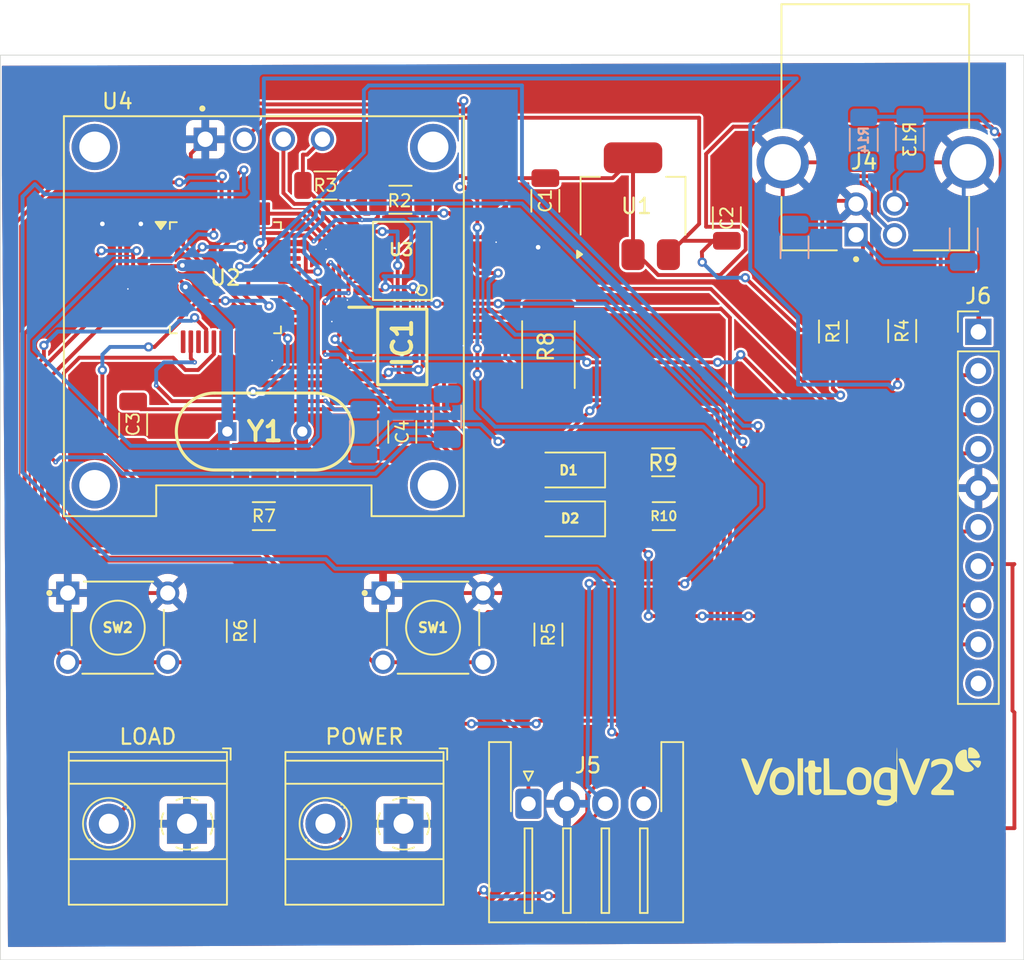
<source format=kicad_pcb>
(kicad_pcb (version 20240108) (generator "pcbnew") (generator_version "8.0")
  (layers (0 "F.Cu" signal) (31 "B.Cu" signal) (34 "B.Paste" user) (35 "F.Paste" user) (36 "B.SilkS" user "B.Silkscreen") (37 "F.SilkS" user "F.Silkscreen") (38 "B.Mask" user) (39 "F.Mask" user) (44 "Edge.Cuts" user))
  (net 0 "")
  (net 1 "SDA")
  (net 2 "GND")
  (net 3 "VCC")
  (net 4 "SCL")
  (net 5 "+3V3")
  (net 6 "OSCOUT")
  (net 7 "Net-(C3-Pad1)")
  (net 8 "OSCIN")
  (net 9 "Net-(D1-K)")
  (net 10 "Net-(D2-A)")
  (net 11 "Net-(D2-K)")
  (net 12 "IN_")
  (net 13 "IN+")
  (net 14 "BOOT0")
  (net 15 "UART_TX")
  (net 16 "UART_RX")
  (net 17 "SWCLK")
  (net 18 "SWDIO")
  (net 19 "RST")
  (net 20 "DM")
  (net 21 "DP")
  (net 22 "BUTTON_1")
  (net 23 "BUTTON_2")
  (net 27 "SCK")
  (net 28 "CHIP_ENABLE")
  (net 33 "Net-(U3-E2)")
  (net 35 "SCL_1")
  (net 38 "CHIP_SELECT")
  (net 39 "MOSI")
  (net 40 "SDA_1")
  (net 46 "MISO")
  (net 49 "WP")
  (net 50 "Net-(U3-WC)")
  (net 54 "Net-(J4-D-)")
  (net 55 "Net-(J4-D+)")
  (footprint "Resistor_SMD:R_1206_3216Metric" (layer "F.Cu") (at 39.38 20.93)
    (property "Reference" "R2" (hide yes))
    (property "Value" "4.7k" (hide yes))
  )
  (footprint "Resistor_SMD:R_1206_3216Metric" (layer "F.Cu") (at 49 49.2 90)
    (property "Reference" "R5" (hide yes))
    (property "Value" "1k" (hide yes))
  )
  (footprint "Resistor_SMD:R_2512_6332Metric" (layer "F.Cu") (at 49 31 -90)
    (property "Reference" "R8" (hide yes))
    (property "Value" "0.1R" (hide yes))
  )
  (footprint "61729_1010BLF:AMPHENOL_61729-1010BLF" (layer "F.Cu") (at 70.25 18.5 180)
    (property "Reference" "J4")
    (property "Value" "61729-1010BLF" (hide yes))
  )
  (footprint "Capacitor_SMD:C_1206_3216Metric" (layer "F.Cu") (at 48.8 21 -90)
    (property "Reference" "C1" (hide yes))
    (property "Value" "0.1uf" (hide yes))
  )
  (footprint "1825910-6:SW_1825910-6-4" (layer "F.Cu") (at 41.5 48.75)
    (property "Reference" "SW1")
    (property "Value" "1825910-6")
  )
  (footprint "Capacitor_SMD:C_1206_3216Metric" (layer "F.Cu") (at 60.6 22.125 90)
    (property "Reference" "C2" (hide yes))
    (property "Value" "0.1uf" (hide yes))
  )
  (footprint "Capacitor_SMD:C_1206_3216Metric" (layer "F.Cu") (at 39.5 36.025 -90)
    (property "Reference" "C4" (hide yes))
    (property "Value" "C" (hide yes))
  )
  (footprint "1825910-6:SW_1825910-6-4" (layer "F.Cu") (at 21 48.75)
    (property "Reference" "SW2")
    (property "Value" "1825910-6")
  )
  (footprint "Resistor_SMD:R_1206_3216Metric" (layer "F.Cu") (at 56.4625 38)
    (property "Reference" "R9")
    (property "Value" "22R" (hide yes))
  )
  (footprint "Resistor_SMD:R_1206_3216Metric" (layer "F.Cu") (at 30.5 41.5)
    (property "Reference" "R7" (hide yes))
    (property "Value" "1MOM" (hide yes))
  )
  (footprint "Package_QFP:LQFP-48_7x7mm_P0.5mm" (layer "F.Cu") (at 28 26)
    (property "Reference" "U2" (hide yes))
    (property "Value" "STM32F103CBTx")
  )
  (footprint "INA219:SOIC127P600X175-8N" (layer "F.Cu") (at 39.5 30.5)
    (property "Reference" "IC1")
    (property "Value" "INA219BIDR" (hide yes))
  )
  (footprint "Diode_SMD:D_1206_3216Metric" (layer "F.Cu") (at 50.4 38.5 180)
    (property "Reference" "D1")
    (property "Value" "LED" (hide yes))
  )
  (footprint "Resistor_SMD:R_1206_3216Metric" (layer "F.Cu") (at 29 48.9625 -90)
    (property "Reference" "R6" (hide yes))
    (property "Value" "1K" (hide yes))
  )
  (footprint "Connector_JST:JST_XH_S4B-XH-A-1_1x04_P2.50mm_Horizontal" (layer "F.Cu") (at 47.7 60.2)
    (property "Reference" "J5")
    (property "Value" "Conn_01x04_Pin" (hide yes))
  )
  (footprint "Resistor_SMD:R_1206_3216Metric" (layer "F.Cu") (at 34.5 20)
    (property "Reference" "R3" (hide yes))
    (property "Value" "4.7K" (hide yes))
  )
  (footprint "TerminalBlock_Phoenix:TerminalBlock_Phoenix_MKDS-1,5-2-5.08_1x02_P5.08mm_Horizontal" (layer "F.Cu") (at 25.5 61.5 180)
    (property "Reference" "J2" (hide yes))
    (property "Value" "LOAD")
  )
  (footprint "Resistor_SMD:R_1206_3216Metric" (layer "F.Cu") (at 67.5 29.5 90)
    (property "Reference" "R1" (hide yes))
    (property "Value" "22R" (hide yes))
  )
  (footprint "Resistor_SMD:R_1206_3216Metric" (layer "F.Cu") (at 72 29.4625 90)
    (property "Reference" "R4" (hide yes))
    (property "Value" "22R" (hide yes))
  )
  (footprint "Connector_PinHeader_2.54mm:PinHeader_1x10_P2.54mm_Vertical" (layer "F.Cu") (at 76.95 29.52)
    (property "Reference" "J6")
    (property "Value" "Conn_01x10_Pin" (hide yes))
  )
  (footprint "Diode_SMD:D_1206_3216Metric" (layer "F.Cu") (at 50.4 41.68 180)
    (property "Reference" "D2")
    (property "Value" "LED" (hide yes))
  )
  (footprint "Capacitor_SMD:C_1206_3216Metric" (layer "F.Cu") (at 22 35.525 -90)
    (property "Reference" "C3" (hide yes))
    (property "Value" "C" (hide yes))
  )
  (footprint "DM-OLED096-636:MODULE_DM-OLED096-636" (layer "F.Cu") (at 30.5 28.5)
    (property "Reference" "U4")
    (property "Value" "DM-OLED096-636" (hide yes))
  )
  (footprint "M24M02-DRMN6TP:SOIC8" (layer "F.Cu") (at 41.405 27.4467 90)
    (property "Reference" "U3")
    (property "Value" "M24M02-DRMN6TP" (hide yes))
  )
  (footprint "TerminalBlock_Phoenix:TerminalBlock_Phoenix_MKDS-1,5-2-5.08_1x02_P5.08mm_Horizontal" (layer "F.Cu") (at 39.58 61.5 180)
    (property "Reference" "J3" (hide yes))
    (property "Value" "POWER")
  )
  (footprint "Package_TO_SOT_SMD:SOT-223-3_TabPin2" (layer "F.Cu") (at 54.5 21.35 90)
    (property "Reference" "U1")
    (property "Value" "AMS1117-3.3" (hide yes))
  )
  (footprint "Resistor_SMD:R_1206_3216Metric" (layer "F.Cu") (at 56.5 41.5 180)
    (property "Reference" "R10" (hide yes))
    (property "Value" "1k" (hide yes))
  )
  (footprint "KiCad:ABL" (layer "F.Cu") (at 28.12 36)
    (property "Reference" "Y1")
    (property "Value" "ABL-16.000MHz-B4Y" (hide yes))
  )
  (footprint "Resistor_SMD:R_1206_3216Metric" (layer "B.Cu") (at 72.5 17 -90)
    (property "Reference" "R13" (hide yes))
    (property "Value" "1.5K" (hide yes))
  )
  (footprint "Resistor_SMD:R_1206_3216Metric" (layer "B.Cu") (at 42.42 35.0375 -90)
    (property "Reference" "R12" (hide yes))
    (property "Value" "22R" (hide yes))
  )
  (footprint "Resistor_SMD:R_1206_3216Metric" (layer "B.Cu") (at 37 36.0375 -90)
    (property "Reference" "R11" (hide yes))
    (property "Value" "22R" (hide yes))
  )
  (footprint "Capacitor_SMD:C_1206_3216Metric" (layer "B.Cu") (at 65 24.025 -90)
    (property "Reference" "C5" (hide yes))
    (property "Value" "10uF" (hide yes))
  )
  (footprint "Capacitor_SMD:C_1206_3216Metric" (layer "B.Cu") (at 76 23.5 90)
    (property "Reference" "C6" (hide yes))
    (property "Value" "10uf" (hide yes))
  )
  (footprint "Resistor_SMD:R_1206_3216Metric" (layer "B.Cu") (at 69.5 17.0375 -90)
    (property "Reference" "R14")
    (property "Value" "1.5K" (hide yes))
  )
  (gr_poly (pts (xy 73.738843 57.249916) (xy 73.747447 57.25042) (xy 73.755353 57.251248) (xy 73.762574 57.25241) (xy 73.769123 57.253918) (xy 73.775014 57.255784) (xy 73.780259 57.25802) (xy 73.78487 57.260637) (xy 73.788862 57.263646) (xy 73.792246 57.26706) (xy 73.795036 57.27089) (xy 73.797245 57.275147) (xy 73.798885 57.279844) (xy 73.79997 57.284992) (xy 73.800512 57.290602) (xy 73.800525 57.296686) (xy 73.80002 57.303256) (xy 73.799012 57.310324) (xy 73.797513 57.3179) (xy 73.795536 57.325997) (xy 73.793094 57.334626) (xy 73.7902 57.3438) (xy 73.783107 57.363824) (xy 73.628766 57.771282) (xy 73.33155 58.570324) (xy 73.266533 58.748711) (xy 73.208616 58.906345) (xy 73.157127 59.044466) (xy 73.111395 59.164314) (xy 73.090478 59.217773) (xy 73.070748 59.267129) (xy 73.052122 59.312537) (xy 73.034515 59.354152) (xy 73.017843 59.392129) (xy 73.002022 59.426623) (xy 72.986969 59.457789) (xy 72.9726 59.485782) (xy 72.958829 59.510757) (xy 72.945575 59.53287) (xy 72.932751 59.552274) (xy 72.920276 59.569126) (xy 72.908063 59.58358) (xy 72.896031 59.595791) (xy 72.884094 59.605914) (xy 72.872168 59.614105) (xy 72.860171 59.620518) (xy 72.848016 59.625309) (xy 72.835622 59.628631) (xy 72.822903 59.630642) (xy 72.809776 59.631494) (xy 72.796157 59.631344) (xy 72.781962 59.630347) (xy 72.767106 59.628657) (xy 72.740221 59.62326) (xy 72.714741 59.614257) (xy 72.690088 59.600519) (xy 72.665683 59.580922) (xy 72.640947 59.554338) (xy 72.615302 59.519641) (xy 72.588168 59.475704) (xy 72.558968 59.4214) (xy 72.527121 59.355604) (xy 72.49205 59.277189) (xy 72.40992 59.077993) (xy 72.307945 58.814802) (xy 72.181497 58.478602) (xy 72.021203 58.035425) (xy 71.88869 57.663685) (xy 71.798511 57.403071) (xy 71.773845 57.326838) (xy 71.767413 57.30441) (xy 71.765218 57.293269) (xy 71.765464 57.290024) (xy 71.766193 57.286904) (xy 71.767392 57.283911) (xy 71.769049 57.281046) (xy 71.77115 57.278309) (xy 71.773683 57.275704) (xy 71.779991 57.270889) (xy 71.787869 57.266612) (xy 71.797216 57.262883) (xy 71.807927 57.259712) (xy 71.819899 57.257109) (xy 71.833028 57.255085) (xy 71.847211 57.25365) (xy 71.862346 57.252815) (xy 71.878328 57.252589) (xy 71.895054 57.252983) (xy 71.91242 57.254008) (xy 71.930325 57.255674) (xy 71.948663 57.257991) (xy 71.979095 57.262785) (xy 72.007243 57.269883) (xy 72.033634 57.280269) (xy 72.058795 57.294922) (xy 72.083254 57.314826) (xy 72.107537 57.340963) (xy 72.132171 57.374313) (xy 72.157683 57.415859) (xy 72.184601 57.466583) (xy 72.213452 57.527466) (xy 72.244763 57.599491) (xy 72.279061 57.683639) (xy 72.358726 57.892233) (xy 72.456663 58.161102) (xy 72.521582 58.335162) (xy 72.583112 58.495249) (xy 72.639845 58.637972) (xy 72.690378 58.759942) (xy 72.733304 58.857769) (xy 72.751475 58.896569) (xy 72.767217 58.928063) (xy 72.780355 58.951825) (xy 72.790713 58.967433) (xy 72.794794 58.972047) (xy 72.798114 58.974463) (xy 72.800652 58.974629) (xy 72.802385 58.972491) (xy 73.126941 58.090546) (xy 73.17582 57.955855) (xy 73.219655 57.836863) (xy 73.259025 57.732568) (xy 73.29451 57.641967) (xy 73.310975 57.601489) (xy 73.326687 57.564058) (xy 73.341716 57.52955) (xy 73.356135 57.497838) (xy 73.370017 57.468799) (xy 73.383434 57.442305) (xy 73.396458 57.418233) (xy 73.409162 57.396456) (xy 73.421618 57.37685) (xy 73.433898 57.359289) (xy 73.446075 57.343647) (xy 73.45822 57.3298) (xy 73.470407 57.317623) (xy 73.482708 57.306989) (xy 73.495195 57.297773) (xy 73.50794 57.289851) (xy 73.521016 57.283097) (xy 73.534495 57.277385) (xy 73.548449 57.272591) (xy 73.562952 57.268588) (xy 73.578074 57.265252) (xy 73.593889 57.262457) (xy 73.627885 57.257991) (xy 73.657999 57.254451) (xy 73.684908 57.251831) (xy 73.708717 57.250224) (xy 73.719491 57.249829) (xy 73.729529 57.249723)) (stroke (width -0.000001)) (fill solid) (layer "F.SilkS"))
  (gr_poly (pts (xy 74.585455 57.266741) (xy 74.621973 57.268786) (xy 74.657995 57.272102) (xy 74.729947 57.281063) (xy 74.797627 57.294598) (xy 74.86102 57.312526) (xy 74.920112 57.334665) (xy 74.974889 57.360835) (xy 75.025337 57.390854) (xy 75.071442 57.424543) (xy 75.113189 57.46172) (xy 75.150564 57.502204) (xy 75.183553 57.545815) (xy 75.212142 57.592371) (xy 75.236317 57.641692) (xy 75.256063 57.693596) (xy 75.271366 57.747904) (xy 75.282211 57.804434) (xy 75.288586 57.863005) (xy 75.290475 57.923436) (xy 75.287864 57.985547) (xy 75.28074 58.049156) (xy 75.269087 58.114083) (xy 75.252892 58.180147) (xy 75.23214 58.247167) (xy 75.206817 58.314962) (xy 75.17691 58.383352) (xy 75.142403 58.452155) (xy 75.103283 58.52119) (xy 75.059535 58.590277) (xy 75.011146 58.659235) (xy 74.9581 58.727883) (xy 74.900384 58.79604) (xy 74.837983 58.863525) (xy 74.770884 58.930157) (xy 74.744778 58.955346) (xy 74.719456 58.980525) (xy 74.695044 59.005517) (xy 74.671666 59.030148) (xy 74.649445 59.054241) (xy 74.628506 59.077621) (xy 74.608972 59.100113) (xy 74.590968 59.121539) (xy 74.574618 59.141726) (xy 74.560045 59.160496) (xy 74.547374 59.177675) (xy 74.536729 59.193087) (xy 74.528233 59.206556) (xy 74.522011 59.217905) (xy 74.518187 59.226961) (xy 74.517213 59.230573) (xy 74.516885 59.233546) (xy 74.517439 59.236191) (xy 74.519081 59.238831) (xy 74.525525 59.244074) (xy 74.536 59.249235) (xy 74.550289 59.254272) (xy 74.568174 59.259143) (xy 74.589439 59.263808) (xy 74.641239 59.272352) (xy 74.703953 59.279573) (xy 74.775845 59.28514) (xy 74.855179 59.288723) (xy 74.940217 59.289991) (xy 75.011247 59.290111) (xy 75.073873 59.290625) (xy 75.128624 59.291758) (xy 75.176027 59.293739) (xy 75.197138 59.295118) (xy 75.216609 59.296795) (xy 75.234506 59.298797) (xy 75.250896 59.301153) (xy 75.265844 59.303891) (xy 75.279416 59.307041) (xy 75.291679 59.310629) (xy 75.302697 59.314685) (xy 75.312537 59.319237) (xy 75.321264 59.324314) (xy 75.328945 59.329944) (xy 75.335646 59.336155) (xy 75.341431 59.342976) (xy 75.346368 59.350435) (xy 75.350523 59.358561) (xy 75.35396 59.367381) (xy 75.356746 59.376926) (xy 75.358947 59.387222) (xy 75.360628 59.398298) (xy 75.361856 59.410183) (xy 75.362696 59.422905) (xy 75.363215 59.436493) (xy 75.363551 59.46638) (xy 75.363551 59.642768) (xy 74.622718 59.642768) (xy 74.380211 59.642438) (xy 74.281871 59.641652) (xy 74.1974 59.640123) (xy 74.160037 59.639001) (xy 74.125746 59.637601) (xy 74.094395 59.63589) (xy 74.065853 59.633839) (xy 74.039987 59.631415) (xy 74.016667 59.628588) (xy 73.99576 59.625328) (xy 73.977135 59.621602) (xy 73.960659 59.61738) (xy 73.946201 59.612631) (xy 73.933629 59.607324) (xy 73.922812 59.601427) (xy 73.91802 59.598249) (xy 73.913618 59.594911) (xy 73.909588 59.591411) (xy 73.905914 59.587743) (xy 73.90258 59.583906) (xy 73.899569 59.579894) (xy 73.896866 59.575703) (xy 73.894452 59.571331) (xy 73.89043 59.562024) (xy 73.887372 59.551942) (xy 73.885147 59.541054) (xy 73.883621 59.529328) (xy 73.882663 59.516735) (xy 73.882143 59.503242) (xy 73.881884 59.473435) (xy 73.883045 59.452015) (xy 73.886542 59.430068) (xy 73.892395 59.407563) (xy 73.900626 59.384469) (xy 73.911254 59.360755) (xy 73.9243 59.336389) (xy 73.939786 59.311342) (xy 73.957732 59.285581) (xy 73.978158 59.259076) (xy 74.001085 59.231796) (xy 74.026534 59.20371) (xy 74.054525 59.174787) (xy 74.08508 59.144995) (xy 74.118218 59.114305) (xy 74.153961 59.082684) (xy 74.192329 59.050102) (xy 74.270643 58.983317) (xy 74.346559 58.913028) (xy 74.419664 58.839867) (xy 74.489544 58.764462) (xy 74.555787 58.687445) (xy 74.617978 58.609447) (xy 74.675704 58.531097) (xy 74.728551 58.453025) (xy 74.776107 58.375864) (xy 74.817958 58.300242) (xy 74.853691 58.226791) (xy 74.882892 58.156141) (xy 74.905147 58.088922) (xy 74.913541 58.056796) (xy 74.920044 58.025765) (xy 74.924603 57.995906) (xy 74.927168 57.9673) (xy 74.927687 57.940024) (xy 74.926107 57.914157) (xy 74.92256 57.886357) (xy 74.917241 57.859849) (xy 74.910199 57.834643) (xy 74.901482 57.81075) (xy 74.891136 57.788179) (xy 74.879211 57.766942) (xy 74.865753 57.747048) (xy 74.850811 57.728508) (xy 74.834432 57.711333) (xy 74.816665 57.695532) (xy 74.797556 57.681116) (xy 74.777155 57.668095) (xy 74.755508 57.65648) (xy 74.732663 57.646281) (xy 74.708669 57.637508) (xy 74.683572 57.630171) (xy 74.657421 57.624282) (xy 74.630264 57.61985) (xy 74.602149 57.616885) (xy 74.573122 57.615399) (xy 74.543233 57.615401) (xy 74.512528 57.616901) (xy 74.448864 57.624439) (xy 74.382514 57.638095) (xy 74.313858 57.657953) (xy 74.24328 57.684094) (xy 74.171162 57.716602) (xy 73.881884 57.857713) (xy 73.881884 57.653102) (xy 73.882484 57.623803) (xy 73.884365 57.596644) (xy 73.887651 57.571448) (xy 73.889861 57.559532) (xy 73.892468 57.54804) (xy 73.895488 57.536952) (xy 73.898938 57.526245) (xy 73.902831 57.515897) (xy 73.907185 57.505886) (xy 73.912014 57.496191) (xy 73.917334 57.486788) (xy 73.923161 57.477657) (xy 73.929509 57.468776) (xy 73.936395 57.460121) (xy 73.943834 57.451672) (xy 73.951841 57.443407) (xy 73.960432 57.435303) (xy 73.969623 57.427339) (xy 73.979429 57.419492) (xy 74.000947 57.404063) (xy 74.025111 57.388841) (xy 74.052045 57.373649) (xy 74.081873 57.358314) (xy 74.114718 57.342657) (xy 74.140818 57.332331) (xy 74.168737 57.322552) (xy 74.19831 57.313372) (xy 74.229371 57.304844) (xy 74.261754 57.297019) (xy 74.295296 57.289947) (xy 74.329829 57.283683) (xy 74.36519 57.278276) (xy 74.401212 57.273778) (xy 74.43773 57.270242) (xy 74.474578 57.267718) (xy 74.511593 57.266259) (xy 74.548607 57.265916)) (stroke (width -0.000001)) (fill solid) (layer "F.SilkS"))
  (gr_poly (pts (xy 76.063715 56.679758) (xy 76.090025 56.68102) (xy 76.112987 56.683668) (xy 76.132827 56.688145) (xy 76.141648 56.691208) (xy 76.149773 56.694895) (xy 76.157233 56.699262) (xy 76.164053 56.704364) (xy 76.170264 56.710257) (xy 76.175894 56.716996) (xy 76.180971 56.724636) (xy 76.185523 56.733234) (xy 76.189579 56.742845) (xy 76.193168 56.753524) (xy 76.199055 56.77831) (xy 76.203413 56.808036) (xy 76.206469 56.843146) (xy 76.20845 56.884086) (xy 76.209583 56.931299) (xy 76.210217 57.046324) (xy 76.210587 57.104302) (xy 76.211857 57.156926) (xy 76.214263 57.204795) (xy 76.218044 57.24851) (xy 76.223438 57.288669) (xy 76.226814 57.307603) (xy 76.230681 57.325873) (xy 76.235071 57.343554) (xy 76.240013 57.36072) (xy 76.245535 57.377447) (xy 76.251669 57.39381) (xy 76.258444 57.409884) (xy 76.265889 57.425743) (xy 76.274034 57.441462) (xy 76.282909 57.457117) (xy 76.292544 57.472783) (xy 76.302969 57.488533) (xy 76.326304 57.52059) (xy 76.353153 57.553887) (xy 76.383754 57.589023) (xy 76.418345 57.626599) (xy 76.457162 57.667213) (xy 76.495878 57.706365) (xy 76.530088 57.741972) (xy 76.545542 57.758526) (xy 76.559916 57.774292) (xy 76.573225 57.7893) (xy 76.585485 57.803584) (xy 76.596712 57.817175) (xy 76.606921 57.830106) (xy 76.616127 57.842409) (xy 76.624346 57.854116) (xy 76.631594 57.865261) (xy 76.637885 57.875874) (xy 76.643236 57.885988) (xy 76.647663 57.895637) (xy 76.651179 57.904851) (xy 76.653802 57.913663) (xy 76.655546 57.922106) (xy 76.656427 57.930212) (xy 76.656461 57.938012) (xy 76.655662 57.94554) (xy 76.654047 57.952828) (xy 76.651632 57.959908) (xy 76.64843 57.966812) (xy 76.644459 57.973573) (xy 76.639733 57.980223) (xy 76.634268 57.986794) (xy 76.62808 57.993318) (xy 76.621184 57.999828) (xy 76.613595 58.006356) (xy 76.60533 58.012935) (xy 76.58572 58.028314) (xy 76.565287 58.042699) (xy 76.544073 58.056089) (xy 76.522123 58.068484) (xy 76.476189 58.090279) (xy 76.427837 58.108075) (xy 76.377418 58.12186) (xy 76.325284 58.131626) (xy 76.271785 58.13736) (xy 76.217273 58.139053) (xy 76.1621 58.136695) (xy 76.106617 58.130275) (xy 76.051175 58.119783) (xy 75.996126 58.105209) (xy 75.941821 58.086541) (xy 75.888611 58.063771) (xy 75.836849 58.036887) (xy 75.786885 58.00588) (xy 75.749576 57.979352) (xy 75.714383 57.951414) (xy 75.681314 57.922146) (xy 75.650376 57.891626) (xy 75.621578 57.859933) (xy 75.594927 57.827146) (xy 75.570431 57.793344) (xy 75.548098 57.758604) (xy 75.527935 57.723007) (xy 75.50995 57.686631) (xy 75.494152 57.649555) (xy 75.480546 57.611857) (xy 75.469143 57.573617) (xy 75.459948 57.534913) (xy 75.452971 57.495824) (xy 75.448218 57.456428) (xy 75.445697 57.416806) (xy 75.445417 57.377034) (xy 75.447384 57.337193) (xy 75.451608 57.297361) (xy 75.458094 57.257617) (xy 75.466852 57.21804) (xy 75.477889 57.178708) (xy 75.491212 57.1397) (xy 75.50683 57.101095) (xy 75.52475 57.062973) (xy 75.54498 57.02541) (xy 75.567528 56.988488) (xy 75.592401 56.952284) (xy 75.619608 56.916876) (xy 75.649155 56.882345) (xy 75.681051 56.848769) (xy 75.699043 56.831752) (xy 75.718493 56.815158) (xy 75.739203 56.799082) (xy 75.760977 56.783615) (xy 75.78362 56.768851) (xy 75.806935 56.754883) (xy 75.830725 56.741804) (xy 75.854794 56.729706) (xy 75.878946 56.718684) (xy 75.902984 56.708829) (xy 75.926712 56.700235) (xy 75.949934 56.692995) (xy 75.972452 56.687202) (xy 75.994072 56.682949) (xy 76.014596 56.680329) (xy 76.033828 56.679435)) (stroke (width -0.000001)) (fill solid) (layer "F.SilkS"))
  (gr_poly (pts (xy 64.242173 57.811124) (xy 64.295318 57.815585) (xy 64.347518 57.823722) (xy 64.39864 57.835458) (xy 64.448553 57.850712) (xy 64.497125 57.869407) (xy 64.544224 57.891464) (xy 64.589719 57.916803) (xy 64.633477 57.945347) (xy 64.675367 57.977015) (xy 64.715257 58.01173) (xy 64.753016 58.049412) (xy 64.788511 58.089983) (xy 64.821611 58.133364) (xy 64.852184 58.179476) (xy 64.880099 58.22824) (xy 64.905222 58.279578) (xy 64.927424 58.33341) (xy 64.946571 58.389658) (xy 64.962533 58.448244) (xy 64.975177 58.509087) (xy 64.984371 58.57211) (xy 64.989985 58.637234) (xy 64.991885 58.70438) (xy 64.988817 58.819563) (xy 64.984973 58.874253) (xy 64.979579 58.927015) (xy 64.97263 58.977856) (xy 64.964119 59.026779) (xy 64.95404 59.073789) (xy 64.942386 59.118893) (xy 64.929151 59.162096) (xy 64.914327 59.203402) (xy 64.89791 59.242816) (xy 64.879892 59.280344) (xy 64.860267 59.315992) (xy 64.839028 59.349763) (xy 64.816169 59.381664) (xy 64.791684 59.411699) (xy 64.765565 59.439874) (xy 64.737808 59.466194) (xy 64.708404 59.490663) (xy 64.677348 59.513288) (xy 64.644633 59.534073) (xy 64.610253 59.553024) (xy 64.574201 59.570145) (xy 64.536471 59.585442) (xy 64.497057 59.59892) (xy 64.455951 59.610584) (xy 64.413147 59.62044) (xy 64.36864 59.628492) (xy 64.322422 59.634746) (xy 64.274487 59.639206) (xy 64.224829 59.641879) (xy 64.173441 59.642768) (xy 64.120133 59.642336) (xy 64.071094 59.640963) (xy 64.025962 59.638536) (xy 63.984374 59.634941) (xy 63.94597 59.630065) (xy 63.910387 59.623793) (xy 63.893541 59.620098) (xy 63.877264 59.616012) (xy 63.861512 59.61152) (xy 63.84624 59.606609) (xy 63.831401 59.601263) (xy 63.816951 59.595469) (xy 63.802845 59.589213) (xy 63.789037 59.582479) (xy 63.775483 59.575255) (xy 63.762136 59.567526) (xy 63.748952 59.559277) (xy 63.735886 59.550495) (xy 63.709926 59.531273) (xy 63.683893 59.509747) (xy 63.657426 59.485801) (xy 63.630163 59.459324) (xy 63.595744 59.422213) (xy 63.563915 59.382449) (xy 63.534663 59.340233) (xy 63.507972 59.295765) (xy 63.483829 59.249246) (xy 63.46222 59.200875) (xy 63.443129 59.150853) (xy 63.426544 59.099381) (xy 63.412449 59.046658) (xy 63.400831 58.992884) (xy 63.391676 58.938261) (xy 63.384969 58.882987) (xy 63.380695 58.827264) (xy 63.379182 58.781573) (xy 63.733792 58.781573) (xy 63.734465 58.812924) (xy 63.736417 58.843423) (xy 63.739634 58.873051) (xy 63.744102 58.901791) (xy 63.749806 58.929623) (xy 63.756732 58.956531) (xy 63.764866 58.982495) (xy 63.774194 59.007499) (xy 63.784702 59.031522) (xy 63.796374 59.054549) (xy 63.809198 59.07656) (xy 63.823159 59.097538) (xy 63.838242 59.117464) (xy 63.854434 59.13632) (xy 63.87172 59.154089) (xy 63.890086 59.170751) (xy 63.909517 59.18629) (xy 63.930001 59.200687) (xy 63.951522 59.213923) (xy 63.974066 59.225981) (xy 63.997619 59.236843) (xy 64.022167 59.246491) (xy 64.047695 59.254906) (xy 64.07419 59.26207) (xy 64.101637 59.267966) (xy 64.130022 59.272575) (xy 64.15933 59.27588) (xy 64.197405 59.279251) (xy 64.232421 59.28135) (xy 64.264626 59.282065) (xy 64.279752 59.281868) (xy 64.294267 59.281282) (xy 64.308205 59.280292) (xy 64.321594 59.278885) (xy 64.334467 59.277047) (xy 64.346853 59.274763) (xy 64.358785 59.27202) (xy 64.370294 59.268802) (xy 64.381409 59.265095) (xy 64.392163 59.260886) (xy 64.402586 59.256161) (xy 64.41271 59.250904) (xy 64.422564 59.245103) (xy 64.432181 59.238741) (xy 64.441592 59.231807) (xy 64.450826 59.224284) (xy 64.459916 59.216159) (xy 64.468892 59.207419) (xy 64.477786 59.198047) (xy 64.486628 59.188031) (xy 64.495449 59.177357) (xy 64.50428 59.166009) (xy 64.522098 59.141237) (xy 64.540329 59.113602) (xy 64.553643 59.091649) (xy 64.565811 59.068201) (xy 64.576845 59.043376) (xy 64.586756 59.017291) (xy 64.595556 58.990064) (xy 64.603256 58.961813) (xy 64.615405 58.902707) (xy 64.623296 58.840914) (xy 64.627022 58.777374) (xy 64.626676 58.713029) (xy 64.622351 58.648817) (xy 64.614139 58.585681) (xy 64.602135 58.524559) (xy 64.58643 58.466394) (xy 64.567119 58.412125) (xy 64.556139 58.386746) (xy 64.544293 58.362693) (xy 64.531592 58.340085) (xy 64.518047 58.319039) (xy 64.50367 58.299672) (xy 64.488472 58.282102) (xy 64.472466 58.266447) (xy 64.455663 58.252824) (xy 64.427166 58.233451) (xy 64.398595 58.216325) (xy 64.369998 58.201418) (xy 64.341424 58.188704) (xy 64.312922 58.178155) (xy 64.284542 58.169744) (xy 64.256332 58.163444) (xy 64.228342 58.159228) (xy 64.20062 58.157068) (xy 64.173217 58.156939) (xy 64.14618 58.158811) (xy 64.119559 58.162659) (xy 64.093404 58.168455) (xy 64.067762 58.176172) (xy 64.042684 58.185784) (xy 64.018219 58.197262) (xy 63.994414 58.210579) (xy 63.971321 58.225709) (xy 63.948986 58.242625) (xy 63.927461 58.261299) (xy 63.906794 58.281704) (xy 63.887033 58.303813) (xy 63.868228 58.327599) (xy 63.850429 58.353035) (xy 63.833683 58.380093) (xy 63.818041 58.408747) (xy 63.803552 58.43897) (xy 63.790264 58.470733) (xy 63.778226 58.504011) (xy 63.767488 58.538776) (xy 63.758099 58.575) (xy 63.750108 58.612657) (xy 63.744173 58.648001) (xy 63.739588 58.682582) (xy 63.736339 58.716384) (xy 63.734412 58.749386) (xy 63.733792 58.781573) (xy 63.379182 58.781573) (xy 63.378841 58.771292) (xy 63.379393 58.715271) (xy 63.382337 58.659401) (xy 63.387657 58.603882) (xy 63.39534 58.548915) (xy 63.405372 58.494699) (xy 63.417738 58.441436) (xy 63.432425 58.389325) (xy 63.449418 58.338567) (xy 63.468702 58.289362) (xy 63.490265 58.24191) (xy 63.51409 58.196411) (xy 63.540165 58.153066) (xy 63.568475 58.112075) (xy 63.599006 58.073638) (xy 63.631743 58.037955) (xy 63.666673 58.005227) (xy 63.703781 57.975653) (xy 63.743052 57.949435) (xy 63.798779 57.917259) (xy 63.854746 57.889468) (xy 63.910821 57.865985) (xy 63.966873 57.84673) (xy 64.02277 57.831625) (xy 64.078381 57.82059) (xy 64.133572 57.813548) (xy 64.188214 57.810419)) (stroke (width -0.000001)) (fill solid) (layer "F.SilkS"))
  (gr_poly (pts (xy 63.508288 57.249916) (xy 63.516891 57.25042) (xy 63.524798 57.251248) (xy 63.532019 57.25241) (xy 63.538568 57.253918) (xy 63.544459 57.255784) (xy 63.549704 57.25802) (xy 63.554316 57.260637) (xy 63.558307 57.263646) (xy 63.561691 57.26706) (xy 63.564482 57.27089) (xy 63.56669 57.275147) (xy 63.568331 57.279844) (xy 63.569415 57.284992) (xy 63.569958 57.290602) (xy 63.56997 57.296686) (xy 63.569466 57.303256) (xy 63.568458 57.310324) (xy 63.566959 57.3179) (xy 63.564982 57.325997) (xy 63.562539 57.334626) (xy 63.559645 57.3438) (xy 63.552552 57.363824) (xy 63.398211 57.771282) (xy 63.100996 58.570324) (xy 63.035979 58.748711) (xy 62.978061 58.906345) (xy 62.926573 59.044466) (xy 62.880841 59.164314) (xy 62.859924 59.217773) (xy 62.840194 59.267129) (xy 62.821567 59.312537) (xy 62.80396 59.354152) (xy 62.787288 59.392129) (xy 62.771468 59.426623) (xy 62.756415 59.457789) (xy 62.742045 59.485782) (xy 62.728275 59.510757) (xy 62.71502 59.53287) (xy 62.702196 59.552274) (xy 62.689721 59.569126) (xy 62.677509 59.58358) (xy 62.665476 59.595791) (xy 62.653539 59.605914) (xy 62.641613 59.614105) (xy 62.629616 59.620518) (xy 62.617462 59.625309) (xy 62.605067 59.628631) (xy 62.592349 59.630642) (xy 62.579222 59.631494) (xy 62.565603 59.631344) (xy 62.551407 59.630347) (xy 62.536552 59.628657) (xy 62.509666 59.62326) (xy 62.484186 59.614257) (xy 62.459533 59.600519) (xy 62.435128 59.580922) (xy 62.410392 59.554338) (xy 62.384747 59.519641) (xy 62.357614 59.475704) (xy 62.328413 59.4214) (xy 62.296567 59.355604) (xy 62.261495 59.277189) (xy 62.179364 59.077993) (xy 62.07739 58.814802) (xy 61.950941 58.478602) (xy 61.790647 58.035425) (xy 61.658135 57.663685) (xy 61.567956 57.403071) (xy 61.54329 57.326838) (xy 61.536858 57.30441) (xy 61.534663 57.293269) (xy 61.534909 57.290024) (xy 61.535638 57.286904) (xy 61.536837 57.283911) (xy 61.538494 57.281046) (xy 61.540595 57.278309) (xy 61.543128 57.275704) (xy 61.549436 57.270889) (xy 61.557315 57.266612) (xy 61.566661 57.262883) (xy 61.577372 57.259712) (xy 61.589344 57.257109) (xy 61.602473 57.255085) (xy 61.616656 57.25365) (xy 61.631791 57.252815) (xy 61.647772 57.252589) (xy 61.664498 57.252983) (xy 61.681865 57.254008) (xy 61.699769 57.255674) (xy 61.718107 57.257991) (xy 61.74854 57.262785) (xy 61.776688 57.269883) (xy 61.803079 57.280269) (xy 61.82824 57.294922) (xy 61.852699 57.314826) (xy 61.876981 57.340963) (xy 61.901616 57.374313) (xy 61.927128 57.415859) (xy 61.954046 57.466583) (xy 61.982897 57.527466) (xy 62.014208 57.599491) (xy 62.048506 57.683639) (xy 62.12817 57.892233) (xy 62.226107 58.161102) (xy 62.291027 58.335162) (xy 62.352556 58.495249) (xy 62.40929 58.637972) (xy 62.459823 58.759942) (xy 62.502748 58.857769) (xy 62.52092 58.896569) (xy 62.536662 58.928063) (xy 62.5498 58.951825) (xy 62.560158 58.967433) (xy 62.564239 58.972047) (xy 62.567559 58.974463) (xy 62.570097 58.974629) (xy 62.57183 58.972491) (xy 62.896385 58.090546) (xy 62.945264 57.955855) (xy 62.989099 57.836863) (xy 63.02847 57.732568) (xy 63.063955 57.641967) (xy 63.08042 57.601489) (xy 63.096132 57.564058) (xy 63.111161 57.52955) (xy 63.12558 57.497838) (xy 63.139462 57.468799) (xy 63.152879 57.442305) (xy 63.165904 57.418233) (xy 63.178607 57.396456) (xy 63.191063 57.37685) (xy 63.203343 57.359289) (xy 63.21552 57.343647) (xy 63.227666 57.3298) (xy 63.239853 57.317623) (xy 63.252153 57.306989) (xy 63.26464 57.297773) (xy 63.277385 57.289851) (xy 63.290461 57.283097) (xy 63.30394 57.277385) (xy 63.317894 57.272591) (xy 63.332397 57.268588) (xy 63.347519 57.265252) (xy 63.363334 57.262457) (xy 63.39733 57.257991) (xy 63.427443 57.254451) (xy 63.454353 57.251831) (xy 63.478162 57.250224) (xy 63.488936 57.249829) (xy 63.498974 57.249723)) (stroke (width -0.000001)) (fill solid) (layer "F.SilkS"))
  (gr_poly (pts (xy 71.666675 56.577667) (xy 71.672724 56.690349) (xy 71.681434 57.103651) (xy 71.686174 57.714066) (xy 71.687607 58.457435) (xy 71.68 59.19) (xy 71.669086 59.761831) (xy 71.663009 59.969487) (xy 71.656849 60.11538) (xy 71.650855 60.192316) (xy 71.647997 60.202677) (xy 71.645274 60.193102) (xy 71.635697 60.132509) (xy 71.631306 60.108285) (xy 71.626864 60.08804) (xy 71.624549 60.079394) (xy 71.622132 60.071722) (xy 71.619583 60.06502) (xy 71.616873 60.05928) (xy 71.613971 60.054497) (xy 71.610849 60.050663) (xy 71.607476 60.047771) (xy 71.603823 60.045817) (xy 71.599859 60.044793) (xy 71.595556 60.044692) (xy 71.590884 60.045509) (xy 71.585812 60.047236) (xy 71.580311 60.049868) (xy 71.574352 60.053398) (xy 71.567904 60.057819) (xy 71.560938 60.063125) (xy 71.553425 60.06931) (xy 71.545334 60.076366) (xy 71.5273 60.09307) (xy 71.5066 60.113184) (xy 71.482996 60.136657) (xy 71.447839 60.169568) (xy 71.41109 60.199523) (xy 71.372646 60.226543) (xy 71.332404 60.250649) (xy 71.29026 60.27186) (xy 71.246111 60.290198) (xy 71.199854 60.305684) (xy 71.151385 60.318338) (xy 71.100601 60.328181) (xy 71.047398 60.335233) (xy 70.991674 60.339515) (xy 70.933324 60.341048) (xy 70.872246 60.339852) (xy 70.808336 60.335949) (xy 70.741491 60.329359) (xy 70.671607 60.320102) (xy 70.622695 60.312295) (xy 70.578961 60.304612) (xy 70.540127 60.296847) (xy 70.505912 60.288793) (xy 70.49045 60.284592) (xy 70.476038 60.280242) (xy 70.462641 60.275716) (xy 70.450225 60.270988) (xy 70.438755 60.266033) (xy 70.428196 60.260825) (xy 70.418512 60.255338) (xy 70.40967 60.249546) (xy 70.401633 60.243423) (xy 70.394368 60.236944) (xy 70.38784 60.230082) (xy 70.382013 60.222812) (xy 70.376852 60.215108) (xy 70.372323 60.206944) (xy 70.368391 60.198294) (xy 70.365021 60.189133) (xy 70.362179 60.179434) (xy 70.359828 60.169172) (xy 70.357935 60.158321) (xy 70.356464 60.146855) (xy 70.35538 60.134748) (xy 70.35465 60.121974) (xy 70.354107 60.094324) (xy 70.354348 60.064527) (xy 70.355375 60.038514) (xy 70.357642 60.016096) (xy 70.361604 59.99709) (xy 70.364362 59.988807) (xy 70.367715 59.981308) (xy 70.371719 59.974568) (xy 70.376431 59.968564) (xy 70.381908 59.963274) (xy 70.388207 59.958674) (xy 70.395384 59.95474) (xy 70.403496 59.951449) (xy 70.4126 59.948779) (xy 70.422754 59.946705) (xy 70.446435 59.944256) (xy 70.474995 59.943915) (xy 70.508888 59.945496) (xy 70.548569 59.948814) (xy 70.594492 59.953682) (xy 70.706884 59.967324) (xy 70.740783 59.971562) (xy 70.773685 59.97502) (xy 70.805584 59.977703) (xy 70.836475 59.979616) (xy 70.866354 59.980764) (xy 70.895214 59.981153) (xy 70.923051 59.980787) (xy 70.94986 59.979671) (xy 70.975636 59.977812) (xy 71.000372 59.975213) (xy 71.024065 59.971881) (xy 71.046709 59.96782) (xy 71.068298 59.963036) (xy 71.088829 59.957533) (xy 71.108294 59.951317) (xy 71.12669 59.944393) (xy 71.144011 59.936767) (xy 71.160252 59.928443) (xy 71.175408 59.919426) (xy 71.189474 59.909722) (xy 71.202444 59.899336) (xy 71.214313 59.888273) (xy 71.225076 59.876538) (xy 71.234728 59.864136) (xy 71.243265 59.851074) (xy 71.250679 59.837354) (xy 71.256967 59.822984) (xy 71.262124 59.807968) (xy 71.266143 59.792311) (xy 71.269021 59.776018) (xy 71.270751 59.759095) (xy 71.271329 59.741546) (xy 71.270165 59.72881) (xy 71.266644 59.717045) (xy 71.260725 59.706231) (xy 71.252367 59.696347) (xy 71.241529 59.687372) (xy 71.228169 59.679287) (xy 71.212246 59.672069) (xy 71.193718 59.665699) (xy 71.172545 59.660156) (xy 71.148684 59.655419) (xy 71.122095 59.651467) (xy 71.092736 59.648281) (xy 71.060566 59.645838) (xy 71.025543 59.644119) (xy 70.987626 59.643103) (xy 70.946774 59.642768) (xy 70.913408 59.642364) (xy 70.879608 59.641184) (xy 70.845602 59.63928) (xy 70.811616 59.636705) (xy 70.777878 59.63351) (xy 70.744616 59.629746) (xy 70.712056 59.625465) (xy 70.680427 59.62072) (xy 70.649955 59.615561) (xy 70.620868 59.61004) (xy 70.593393 59.604209) (xy 70.567758 59.59812) (xy 70.544191 59.591824) (xy 70.522917 59.585373) (xy 70.504166 59.578819) (xy 70.488163 59.572213) (xy 70.456418 59.552647) (xy 70.426024 59.529783) (xy 70.39701 59.503798) (xy 70.369404 59.474868) (xy 70.343234 59.443168) (xy 70.31853 59.408874) (xy 70.295319 59.372161) (xy 70.27363 59.333206) (xy 70.234931 59.24927) (xy 70.202661 59.158471) (xy 70.177047 59.062215) (xy 70.158316 58.961907) (xy 70.146695 58.858954) (xy 70.144618 58.808414) (xy 70.50406 58.808414) (xy 70.504248 58.839998) (xy 70.505785 58.870473) (xy 70.508668 58.899841) (xy 70.512895 58.928103) (xy 70.518463 58.95526) (xy 70.525369 58.981314) (xy 70.533611 59.006267) (xy 70.543186 59.030118) (xy 70.554092 59.05287) (xy 70.566326 59.074524) (xy 70.579885 59.095081) (xy 70.594767 59.114543) (xy 70.61097 59.13291) (xy 70.628491 59.150184) (xy 70.647326 59.166367) (xy 70.667474 59.181459) (xy 70.688933 59.195463) (xy 70.711698 59.208378) (xy 70.735769 59.220207) (xy 70.761141 59.230951) (xy 70.787814 59.240611) (xy 70.815783 59.249188) (xy 70.845047 59.256684) (xy 70.875603 59.263099) (xy 70.907448 59.268437) (xy 70.94058 59.272696) (xy 70.974996 59.27588) (xy 71.278385 59.297046) (xy 71.257219 58.746713) (xy 71.236052 58.19638) (xy 71.01733 58.175213) (xy 70.991883 58.173084) (xy 70.967135 58.171992) (xy 70.943078 58.171938) (xy 70.919709 58.172925) (xy 70.897023 58.174957) (xy 70.875013 58.178035) (xy 70.853675 58.182161) (xy 70.833003 58.18734) (xy 70.812993 58.193572) (xy 70.793639 58.200862) (xy 70.774937 58.20921) (xy 70.75688 58.218621) (xy 70.739464 58.229096) (xy 70.722684 58.240639) (xy 70.706534 58.253251) (xy 70.69101 58.266935) (xy 70.676106 58.281694) (xy 70.661816 58.297531) (xy 70.648137 58.314448) (xy 70.635062 58.332447) (xy 70.622586 58.351532) (xy 70.610705 58.371704) (xy 70.599413 58.392967) (xy 70.588705 58.415322) (xy 70.569019 58.463323) (xy 70.551608 58.515726) (xy 70.536429 58.572553) (xy 70.523441 58.633824) (xy 70.516847 58.670969) (xy 70.511614 58.707) (xy 70.50774 58.741916) (xy 70.505223 58.775721) (xy 70.50406 58.808414) (xy 70.144618 58.808414) (xy 70.142413 58.754761) (xy 70.145696 58.650733) (xy 70.156772 58.548275) (xy 70.175868 58.448795) (xy 70.203212 58.353697) (xy 70.220048 58.30823) (xy 70.239031 58.264386) (xy 70.260189 58.22234) (xy 70.283551 58.182269) (xy 70.302706 58.152443) (xy 70.323103 58.123829) (xy 70.344701 58.09644) (xy 70.36746 58.070289) (xy 70.416303 58.021751) (xy 70.469311 57.978319) (xy 70.526164 57.940096) (xy 70.586541 57.907185) (xy 70.650122 57.879689) (xy 70.716586 57.857713) (xy 70.785614 57.841359) (xy 70.856884 57.830731) (xy 70.930077 57.825932) (xy 71.004872 57.827065) (xy 71.080948 57.834235) (xy 71.157986 57.847543) (xy 71.235664 57.867094) (xy 71.313663 57.892991) (xy 71.624107 58.00588) (xy 71.624107 57.272102) (xy 71.624755 57.125107) (xy 71.626643 56.987785) (xy 71.629688 56.863197) (xy 71.633808 56.754401) (xy 71.638921 56.664456) (xy 71.641823 56.627509) (xy 71.644943 56.596422) (xy 71.648269 56.571578) (xy 71.651791 56.553359) (xy 71.6555 56.542147) (xy 71.657421 56.539288) (xy 71.659385 56.538324)) (stroke (width -0.000001)) (fill solid) (layer "F.SilkS"))
  (gr_poly (pts (xy 65.556329 59.642768) (xy 65.203552 59.642768) (xy 65.203552 57.24388) (xy 65.556329 57.24388)) (stroke (width -0.000001)) (fill solid) (layer "F.SilkS"))
  (gr_poly (pts (xy 66.154544 57.385275) (xy 66.184563 57.386272) (xy 66.211048 57.3882) (xy 66.234214 57.391275) (xy 66.244621 57.39331) (xy 66.25428 57.395714) (xy 66.263218 57.398513) (xy 66.271463 57.401734) (xy 66.27904 57.405405) (xy 66.285978 57.409553) (xy 66.292304 57.414204) (xy 66.298045 57.419387) (xy 66.303227 57.425127) (xy 66.307879 57.431453) (xy 66.312027 57.438391) (xy 66.315698 57.445969) (xy 66.318919 57.454213) (xy 66.321718 57.463151) (xy 66.324121 57.47281) (xy 66.326157 57.483217) (xy 66.329232 57.506384) (xy 66.331159 57.532868) (xy 66.332156 57.562887) (xy 66.332441 57.596658) (xy 66.332725 57.630428) (xy 66.333722 57.660447) (xy 66.33565 57.686931) (xy 66.338725 57.710098) (xy 66.34076 57.720505) (xy 66.343164 57.730164) (xy 66.345962 57.739102) (xy 66.349184 57.747346) (xy 66.352855 57.754924) (xy 66.357003 57.761862) (xy 66.361654 57.768188) (xy 66.366837 57.773928) (xy 66.372577 57.779111) (xy 66.378903 57.783762) (xy 66.385841 57.78791) (xy 66.393419 57.791581) (xy 66.401663 57.794802) (xy 66.410601 57.797601) (xy 66.42026 57.800005) (xy 66.430667 57.80204) (xy 66.453834 57.805115) (xy 66.480318 57.807043) (xy 66.510337 57.80804) (xy 66.544107 57.808324) (xy 66.575553 57.808677) (xy 66.603845 57.809826) (xy 66.629141 57.811905) (xy 66.640713 57.813336) (xy 66.651594 57.815049) (xy 66.661804 57.817062) (xy 66.67136 57.819392) (xy 66.680284 57.822054) (xy 66.688594 57.825067) (xy 66.69631 57.828447) (xy 66.703451 57.832211) (xy 66.710037 57.836375) (xy 66.716086 57.840956) (xy 66.721619 57.845972) (xy 66.726654 57.851438) (xy 66.731211 57.857372) (xy 66.73531 57.86379) (xy 66.738969 57.87071) (xy 66.742209 57.878148) (xy 66.745048 57.88612) (xy 66.747505 57.894644) (xy 66.749602 57.903737) (xy 66.751355 57.913415) (xy 66.752786 57.923695) (xy 66.753913 57.934594) (xy 66.755334 57.958315) (xy 66.755774 57.984713) (xy 66.755334 58.011111) (xy 66.753913 58.034832) (xy 66.751355 58.056011) (xy 66.749602 58.065689) (xy 66.747505 58.074782) (xy 66.745048 58.083306) (xy 66.742209 58.091278) (xy 66.738969 58.098716) (xy 66.73531 58.105636) (xy 66.731211 58.112054) (xy 66.726654 58.117988) (xy 66.721619 58.123455) (xy 66.716086 58.12847) (xy 66.710037 58.133051) (xy 66.703451 58.137215) (xy 66.69631 58.140979) (xy 66.688594 58.144359) (xy 66.680284 58.147372) (xy 66.67136 58.150035) (xy 66.661804 58.152364) (xy 66.651594 58.154377) (xy 66.629141 58.157521) (xy 66.603845 58.1596) (xy 66.575553 58.160749) (xy 66.544107 58.161102) (xy 66.332441 58.161102) (xy 66.332441 59.304102) (xy 66.544107 59.261768) (xy 66.577878 59.255755) (xy 66.607897 59.251033) (xy 66.634381 59.247738) (xy 66.646365 59.246667) (xy 66.657547 59.246004) (xy 66.667954 59.245764) (xy 66.677613 59.245964) (xy 66.686551 59.246622) (xy 66.694796 59.247754) (xy 66.702373 59.249377) (xy 66.709312 59.251507) (xy 66.715637 59.254162) (xy 66.721378 59.257359) (xy 66.72656 59.261113) (xy 66.731212 59.265443) (xy 66.73536 59.270364) (xy 66.739031 59.275893) (xy 66.742252 59.282048) (xy 66.745051 59.288845) (xy 66.747454 59.296301) (xy 66.74949 59.304432) (xy 66.751184 59.313256) (xy 66.752565 59.32279) (xy 66.754492 59.344051) (xy 66.755489 59.368351) (xy 66.755774 59.395824) (xy 66.753948 59.428322) (xy 66.748608 59.458359) (xy 66.739961 59.485958) (xy 66.728213 59.511138) (xy 66.713571 59.533921) (xy 66.696242 59.554326) (xy 66.676433 59.572375) (xy 66.65435 59.588088) (xy 66.6302 59.601486) (xy 66.604189 59.612589) (xy 66.576525 59.621419) (xy 66.547414 59.627996) (xy 66.517063 59.63234) (xy 66.485678 59.634472) (xy 66.453467 59.634414) (xy 66.420635 59.632185) (xy 66.38739 59.627806) (xy 66.353938 59.621298) (xy 66.320486 59.612682) (xy 66.287241 59.601978) (xy 66.254409 59.589207) (xy 66.222197 59.57439) (xy 66.190813 59.557547) (xy 66.160461 59.538699) (xy 66.13135 59.517866) (xy 66.103686 59.49507) (xy 66.077676 59.470331) (xy 66.053526 59.443669) (xy 66.031442 59.415106) (xy 66.011633 59.384662) (xy 65.994304 59.352357) (xy 65.979663 59.318213) (xy 65.971894 59.297353) (xy 65.964477 59.272049) (xy 65.957432 59.242652) (xy 65.950779 59.209513) (xy 65.938735 59.133418) (xy 65.92851 59.046574) (xy 65.92027 58.951793) (xy 65.914179 58.851885) (xy 65.910403 58.749662) (xy 65.909108 58.647935) (xy 65.908918 58.570379) (xy 65.908253 58.501422) (xy 65.906968 58.440568) (xy 65.904918 58.387321) (xy 65.903561 58.363394) (xy 65.901959 58.341184) (xy 65.900093 58.320627) (xy 65.897945 58.301662) (xy 65.895498 58.284226) (xy 65.892733 58.268258) (xy 65.889632 58.253696) (xy 65.886177 58.240477) (xy 65.88235 58.22854) (xy 65.878133 58.217822) (xy 65.873507 58.208262) (xy 65.868455 58.199797) (xy 65.862959 58.192366) (xy 65.857 58.185907) (xy 65.850561 58.180357) (xy 65.843623 58.175654) (xy 65.836168 58.171737) (xy 65.828178 58.168543) (xy 65.819636 58.166011) (xy 65.810522 58.164078) (xy 65.80082 58.162683) (xy 65.79051 58.161763) (xy 65.779574 58.161257) (xy 65.767996 58.161102) (xy 65.7589 58.160957) (xy 65.750133 58.160523) (xy 65.741691 58.1598) (xy 65.733572 58.158787) (xy 65.725774 58.157485) (xy 65.718293 58.155893) (xy 65.711128 58.154012) (xy 65.704275 58.151841) (xy 65.697733 58.149382) (xy 65.691498 58.146633) (xy 65.685567 58.143594) (xy 65.679939 58.140266) (xy 65.674611 58.136649) (xy 65.66958 58.132742) (xy 65.664843 58.128546) (xy 65.660399 58.12406) (xy 65.656243 58.119285) (xy 65.652375 58.114221) (xy 65.648791 58.108867) (xy 65.645488 58.103224) (xy 65.642465 58.097292) (xy 65.639718 58.09107) (xy 65.637245 58.084559) (xy 65.635043 58.077758) (xy 65.63311 58.070668) (xy 65.631443 58.063289) (xy 65.630039 58.05562) (xy 65.628897 58.047662) (xy 65.627384 58.030877) (xy 65.626885 58.012935) (xy 65.627049 58.00502) (xy 65.627539 57.997155) (xy 65.62835 57.989349) (xy 65.629476 57.981612) (xy 65.630911 57.973953) (xy 65.632652 57.96638) (xy 65.634692 57.958903) (xy 65.637027 57.95153) (xy 65.639652 57.944271) (xy 65.64256 57.937134) (xy 65.645748 57.93013) (xy 65.649209 57.923266) (xy 65.652939 57.916552) (xy 65.656933 57.909998) (xy 65.661185 57.903611) (xy 65.66569 57.897401) (xy 65.670444 57.891377) (xy 65.67544 57.885548) (xy 65.680674 57.879923) (xy 65.686141 57.874511) (xy 65.691834 57.869322) (xy 65.69775 57.864364) (xy 65.703884 57.859646) (xy 65.710229 57.855177) (xy 65.71678 57.850967) (xy 65.723534 57.847025) (xy 65.730483 57.843358) (xy 65.737624 57.839978) (xy 65.744951 57.836892) (xy 65.752459 57.834109) (xy 65.760142 57.831639) (xy 65.767996 57.829491) (xy 65.785859 57.823696) (xy 65.80242 57.816868) (xy 65.817699 57.808965) (xy 65.831717 57.799946) (xy 65.844495 57.789769) (xy 65.850425 57.784233) (xy 65.856053 57.778393) (xy 65.861381 57.772243) (xy 65.866412 57.765777) (xy 65.875594 57.75188) (xy 65.883617 57.736659) (xy 65.890504 57.720074) (xy 65.896275 57.702084) (xy 65.90095 57.682647) (xy 65.90455 57.661721) (xy 65.907096 57.639266) (xy 65.908608 57.61524) (xy 65.909108 57.589602) (xy 65.909469 57.557073) (xy 65.910679 57.528141) (xy 65.912921 57.502599) (xy 65.914488 57.491035) (xy 65.916384 57.480241) (xy 65.91863 57.470191) (xy 65.921252 57.460859) (xy 65.924271 57.452219) (xy 65.927711 57.444246) (xy 65.931596 57.436914) (xy 65.935948 57.430197) (xy 65.940792 57.424069) (xy 65.946149 57.418505) (xy 65.952044 57.413477) (xy 65.9585 57.408962) (xy 65.965539 57.404932) (xy 65.973186 57.401362) (xy 65.981463 57.398226) (xy 65.990394 57.395498) (xy 66.000002 57.393153) (xy 66.01031 57.391164) (xy 66.03312 57.388153) (xy 66.05901 57.386259) (xy 66.088166 57.385273) (xy 66.120774 57.384991)) (stroke (width -0.000001)) (fill solid) (layer "F.SilkS"))
  (gr_poly (pts (xy 67.263775 58.245769) (xy 67.284941 59.254713) (xy 67.835274 59.27588) (xy 67.927417 59.279724) (xy 68.008521 59.283486) (xy 68.07929 59.287414) (xy 68.140427 59.291755) (xy 68.167603 59.294158) (xy 68.192634 59.296757) (xy 68.215608 59.299584) (xy 68.236614 59.302669) (xy 68.255738 59.306043) (xy 68.27307 59.309738) (xy 68.288696 59.313784) (xy 68.302705 59.318213) (xy 68.315184 59.323055) (xy 68.326221 59.328341) (xy 68.335904 59.334103) (xy 68.344321 59.340372) (xy 68.35156 59.347177) (xy 68.357709 59.354552) (xy 68.362855 59.362525) (xy 68.367087 59.371129) (xy 68.370491 59.380395) (xy 68.373157 59.390353) (xy 68.375171 59.401035) (xy 68.376623 59.412471) (xy 68.377598 59.424692) (xy 68.378187 59.43773) (xy 68.378552 59.46638) (xy 68.377105 59.524602) (xy 68.373668 59.548158) (xy 68.366976 59.568354) (xy 68.355943 59.585451) (xy 68.34846 59.592917) (xy 68.339485 59.599705) (xy 68.316514 59.611375) (xy 68.285948 59.62072) (xy 68.246699 59.627998) (xy 68.197684 59.633467) (xy 68.137817 59.637386) (xy 68.066013 59.640012) (xy 67.882251 59.642424) (xy 67.637719 59.642768) (xy 66.896885 59.642768) (xy 66.896885 57.24388) (xy 67.242608 57.24388)) (stroke (width -0.000001)) (fill solid) (layer "F.SilkS"))
  (gr_poly (pts (xy 76.460409 56.538857) (xy 76.478064 56.540438) (xy 76.495982 56.543039) (xy 76.51413 56.546634) (xy 76.532475 56.551195) (xy 76.550983 56.556695) (xy 76.588352 56.570405) (xy 76.625969 56.587546) (xy 76.663565 56.607901) (xy 76.700872 56.631254) (xy 76.737621 56.657387) (xy 76.773543 56.686083) (xy 76.808369 56.717125) (xy 76.841832 56.750296) (xy 76.873661 56.785379) (xy 76.903588 56.822157) (xy 76.931345 56.860413) (xy 76.956663 56.89993) (xy 76.979274 56.940491) (xy 77.002297 56.986919) (xy 77.020918 57.028479) (xy 77.034867 57.065429) (xy 77.040006 57.082256) (xy 77.043876 57.098028) (xy 77.046444 57.112777) (xy 77.047676 57.126535) (xy 77.047538 57.139334) (xy 77.045998 57.151207) (xy 77.043021 57.162186) (xy 77.038574 57.172303) (xy 77.032623 57.18159) (xy 77.025134 57.190081) (xy 77.016075 57.197807) (xy 77.005411 57.2048) (xy 76.993109 57.211093) (xy 76.979135 57.216719) (xy 76.963456 57.221708) (xy 76.946038 57.226094) (xy 76.905851 57.233186) (xy 76.858306 57.238252) (xy 76.803133 57.241551) (xy 76.740063 57.243341) (xy 76.668829 57.24388) (xy 76.280774 57.24388) (xy 76.280774 56.891102) (xy 76.280968 56.834818) (xy 76.281669 56.784786) (xy 76.283052 56.740646) (xy 76.285293 56.702035) (xy 76.28679 56.68469) (xy 76.288568 56.668592) (xy 76.290648 56.653695) (xy 76.293052 56.639955) (xy 76.295802 56.627325) (xy 76.29892 56.615761) (xy 76.302429 56.605218) (xy 76.306349 56.595651) (xy 76.310704 56.587013) (xy 76.315515 56.579261) (xy 76.320804 56.572348) (xy 76.326593 56.56623) (xy 76.332903 56.560861) (xy 76.339758 56.556196) (xy 76.347179 56.55219) (xy 76.355187 56.548797) (xy 76.363805 56.545973) (xy 76.373055 56.543673) (xy 76.382958 56.54185) (xy 76.393538 56.54046) (xy 76.404815 56.539458) (xy 76.416811 56.538798) (xy 76.443051 56.538324)) (stroke (width -0.000001)) (fill solid) (layer "F.SilkS"))
  (gr_poly (pts (xy 69.189927 57.819803) (xy 69.259109 57.825227) (xy 69.328406 57.835664) (xy 69.397123 57.85098) (xy 69.46457 57.871039) (xy 69.530052 57.895707) (xy 69.592879 57.924851) (xy 69.652356 57.958336) (xy 69.680623 57.976664) (xy 69.707793 57.996027) (xy 69.733779 58.016408) (xy 69.758496 58.03779) (xy 69.781856 58.060156) (xy 69.803773 58.083491) (xy 69.833897 58.116972) (xy 69.860879 58.148934) (xy 69.884885 58.179842) (xy 69.906079 58.21016) (xy 69.924628 58.240355) (xy 69.940696 58.27089) (xy 69.954449 58.302232) (xy 69.966052 58.334845) (xy 69.97567 58.369194) (xy 69.98347 58.405745) (xy 69.989616 58.444962) (xy 69.994274 58.487311) (xy 69.997609 58.533257) (xy 69.999786 58.583264) (xy 70.000971 58.637798) (xy 70.001329 58.697324) (xy 69.999772 58.775595) (xy 69.995156 58.85154) (xy 69.987563 58.924985) (xy 69.977076 58.995752) (xy 69.963778 59.063667) (xy 69.947751 59.128554) (xy 69.929079 59.190236) (xy 69.907843 59.248539) (xy 69.89629 59.276369) (xy 69.884127 59.303287) (xy 69.871365 59.329273) (xy 69.858014 59.354304) (xy 69.844083 59.378358) (xy 69.829585 59.401414) (xy 69.814528 59.423449) (xy 69.798923 59.444441) (xy 69.782781 59.464369) (xy 69.766112 59.483211) (xy 69.748926 59.500944) (xy 69.731234 59.517546) (xy 69.713046 59.532996) (xy 69.694372 59.547272) (xy 69.675222 59.560352) (xy 69.655607 59.572213) (xy 69.63235 59.583625) (xy 69.607627 59.594053) (xy 69.554211 59.611997) (xy 69.496206 59.626117) (xy 69.434459 59.636485) (xy 69.369819 59.643173) (xy 69.303132 59.646255) (xy 69.235247 59.645802) (xy 69.16701 59.641887) (xy 69.099269 59.634581) (xy 69.032872 59.623958) (xy 68.968665 59.61009) (xy 68.907498 59.593049) (xy 68.850216 59.572907) (xy 68.797668 59.549737) (xy 68.750701 59.523611) (xy 68.729575 59.509462) (xy 68.710163 59.494602) (xy 68.668715 59.45981) (xy 68.630348 59.421736) (xy 68.595044 59.380611) (xy 68.562782 59.336665) (xy 68.533542 59.29013) (xy 68.507307 59.241237) (xy 68.484056 59.190218) (xy 68.463769 59.137304) (xy 68.446429 59.082726) (xy 68.432014 59.026715) (xy 68.420506 58.969502) (xy 68.411886 58.91132) (xy 68.406134 58.852398) (xy 68.40323 58.792969) (xy 68.403156 58.733263) (xy 68.403832 58.718491) (xy 68.801885 58.718491) (xy 68.802996 58.79816) (xy 68.806474 58.870667) (xy 68.812535 58.936291) (xy 68.816603 58.966609) (xy 68.821398 58.995311) (xy 68.826947 59.022431) (xy 68.833278 59.048005) (xy 68.840418 59.072068) (xy 68.848394 59.094654) (xy 68.857232 59.115798) (xy 68.866961 59.135535) (xy 68.877607 59.1539) (xy 68.889197 59.170928) (xy 68.901759 59.186654) (xy 68.91532 59.201112) (xy 68.929906 59.214338) (xy 68.945545 59.226367) (xy 68.962264 59.237232) (xy 68.980091 59.24697) (xy 68.999052 59.255615) (xy 69.019174 59.263202) (xy 69.040484 59.269765) (xy 69.063011 59.275341) (xy 69.08678 59.279962) (xy 69.111819 59.283666) (xy 69.138155 59.286485) (xy 69.165816 59.288456) (xy 69.225218 59.289991) (xy 69.283457 59.288459) (xy 69.336591 59.283693) (xy 69.384805 59.275434) (xy 69.407126 59.269913) (xy 69.428286 59.263422) (xy 69.448309 59.255929) (xy 69.467219 59.247401) (xy 69.485038 59.237806) (xy 69.50179 59.227111) (xy 69.517499 59.215284) (xy 69.532187 59.202294) (xy 69.545877 59.188107) (xy 69.558593 59.172692) (xy 69.570359 59.156016) (xy 69.581197 59.138046) (xy 69.59113 59.118752) (xy 69.600182 59.098099) (xy 69.608377 59.076056) (xy 69.615737 59.052591) (xy 69.628046 59.001264) (xy 69.637296 58.94386) (xy 69.643673 58.880121) (xy 69.647363 58.809787) (xy 69.648552 58.732602) (xy 69.647975 58.69622) (xy 69.64625 58.661151) (xy 69.643389 58.627383) (xy 69.639401 58.594908) (xy 69.634298 58.563715) (xy 69.628088 58.533792) (xy 69.620782 58.505131) (xy 69.612392 58.47772) (xy 69.602926 58.451549) (xy 69.592397 58.426609) (xy 69.580812 58.402887) (xy 69.568184 58.380375) (xy 69.554523 58.359062) (xy 69.539838 58.338938) (xy 69.524141 58.319991) (xy 69.507441 58.302213) (xy 69.477482 58.274031) (xy 69.447194 58.248985) (xy 69.416661 58.227026) (xy 69.385966 58.208107) (xy 69.355194 58.19218) (xy 69.324428 58.179197) (xy 69.293753 58.169111) (xy 69.263252 58.161874) (xy 69.23301 58.157437) (xy 69.203109 58.155753) (xy 69.173635 58.156775) (xy 69.144672 58.160454) (xy 69.116303 58.166743) (xy 69.088612 58.175594) (xy 69.061683 58.186958) (xy 69.0356 58.200789) (xy 69.010448 58.217039) (xy 68.986309 58.235659) (xy 68.963269 58.256602) (xy 68.941411 58.27982) (xy 68.920819 58.305265) (xy 68.901577 58.33289) (xy 68.883769 58.362646) (xy 68.867479 58.394486) (xy 68.852792 58.428363) (xy 68.83979 58.464227) (xy 68.828557 58.502032) (xy 68.819179 58.54173) (xy 68.811739 58.583272) (xy 68.80632 58.626612) (xy 68.803008 58.6717) (xy 68.801885 58.718491) (xy 68.403832 58.718491) (xy 68.405892 58.673512) (xy 68.411418 58.613947) (xy 68.419715 58.554799) (xy 68.430764 58.4963) (xy 68.444545 58.43868) (xy 68.46104 58.382172) (xy 68.480228 58.327006) (xy 68.50209 58.273413) (xy 68.526608 58.221625) (xy 68.55376 58.171874) (xy 68.583529 58.124389) (xy 68.615895 58.079403) (xy 68.650838 58.037147) (xy 68.688339 57.997852) (xy 68.728378 57.96175) (xy 68.770937 57.929071) (xy 68.815995 57.900046) (xy 68.842398 57.885574) (xy 68.869954 57.872573) (xy 68.898578 57.861027) (xy 68.928182 57.850919) (xy 68.95868 57.842232) (xy 68.989985 57.83495) (xy 69.022012 57.829054) (xy 69.054672 57.82453) (xy 69.12155 57.819526)) (stroke (width -0.000001)) (fill solid) (layer "F.SilkS"))
  (gr_poly (pts (xy 76.814668 57.385254) (xy 76.863422 57.386107) (xy 76.907069 57.387642) (xy 76.927059 57.388694) (xy 76.94587 57.389952) (xy 76.963533 57.391427) (xy 76.980081 57.39313) (xy 76.995547 57.395074) (xy 77.009962 57.397269) (xy 77.023359 57.399728) (xy 77.035771 57.402463) (xy 77.047229 57.405484) (xy 77.057766 57.408803) (xy 77.067414 57.412433) (xy 77.076206 57.416384) (xy 77.084173 57.420669) (xy 77.091349 57.425298) (xy 77.097765 57.430285) (xy 77.103453 57.435639) (xy 77.108447 57.441373) (xy 77.112777 57.447499) (xy 77.116478 57.454027) (xy 77.11958 57.460971) (xy 77.122116 57.46834) (xy 77.124118 57.476148) (xy 77.12562 57.484405) (xy 77.126652 57.493124) (xy 77.127248 57.502315) (xy 77.12744 57.511991) (xy 77.126873 57.525776) (xy 77.125221 57.540585) (xy 77.122556 57.556283) (xy 77.118951 57.572735) (xy 77.114478 57.589807) (xy 77.109208 57.607365) (xy 77.103216 57.625274) (xy 77.096572 57.643401) (xy 77.089349 57.66161) (xy 77.08162 57.679767) (xy 77.073457 57.697738) (xy 77.064932 57.715389) (xy 77.056118 57.732585) (xy 77.047086 57.749192) (xy 77.03791 57.765076) (xy 77.028662 57.780102) (xy 77.011052 57.802393) (xy 76.994941 57.821512) (xy 76.979843 57.837261) (xy 76.972522 57.843811) (xy 76.965272 57.849445) (xy 76.958032 57.854138) (xy 76.950742 57.857866) (xy 76.943341 57.860605) (xy 76.935768 57.862329) (xy 76.927963 57.863015) (xy 76.919864 57.862638) (xy 76.911411 57.861172) (xy 76.902544 57.858595) (xy 76.893201 57.85488) (xy 76.883322 57.850005) (xy 76.872846 57.843943) (xy 76.861712 57.83667) (xy 76.83723 57.818396) (xy 76.809388 57.794985) (xy 76.777702 57.766241) (xy 76.741685 57.731967) (xy 76.654718 57.646046) (xy 76.386607 57.384991) (xy 76.760551 57.384991)) (stroke (width -0.000001)) (fill solid) (layer "F.SilkS"))
  (gr_rect (start 13.37 11.53) (end 79.91 70.35) (stroke (width 0.05)) (fill none) (layer "Edge.Cuts"))
  (segment (start 33.0375 20) (end 33.0375 18) (width 0.25) (layer "F.Cu") (net 1))
  (segment (start 29.8407 31.8407) (end 29.75 31.75) (width 0.25) (layer "F.Cu") (net 1))
  (segment (start 35.6443 31.8407) (end 29.8407 31.8407) (width 0.25) (layer "F.Cu") (net 1))
  (segment (start 33.31 18) (end 34.31 17) (width 0.25) (layer "F.Cu") (net 1))
  (segment (start 38.2 23) (end 36.9618 23) (width 0.25) (layer "F.Cu") (net 1))
  (segment (start 36.96 23.0018) (end 36.0392 23.0018) (width 0.25) (layer "F.Cu") (net 1))
  (segment (start 37.228 31.135) (end 39.2 29.163) (width 0.25) (layer "F.Cu") (net 1))
  (segment (start 33.0375 18) (end 33.31 18) (width 0.25) (layer "F.Cu") (net 1))
  (segment (start 29.75 31.75) (end 29.75 30.1625) (width 0.25) (layer "F.Cu") (net 1))
  (segment (start 36.0392 23.0018) (end 33.0375 20) (width 0.25) (layer "F.Cu") (net 1))
  (segment (start 36.35 31.135) (end 35.6443 31.8407) (width 0.25) (layer "F.Cu") (net 1))
  (segment (start 39.2 29.163) (end 39.2 25.2) (width 0.25) (layer "F.Cu") (net 1))
  (via (at 38.2 23) (size 0.6) (drill 0.3) (layers "F.Cu" "B.Cu") (net 1))
  (via (at 39.2 25.2) (size 0.6) (drill 0.3) (layers "F.Cu" "B.Cu") (net 1))
  (segment (start 39.2 25.2) (end 39.2 23) (width 0.25) (layer "B.Cu") (net 1))
  (segment (start 39.2 23) (end 38.2 23) (width 0.25) (layer "B.Cu") (net 1))
  (segment (start 25.75 21.8375) (end 25.75 17.94) (width 0.25) (layer "F.Cu") (net 2))
  (segment (start 42.256 30.515) (end 42.211 30.56) (width 0.25) (layer "F.Cu") (net 2))
  (segment (start 30.39 31.39) (end 30.25 31.25) (width 0.25) (layer "F.Cu") (net 2))
  (segment (start 68.89755 25.89755) (end 67.25 24.25) (width 0.25) (layer "F.Cu") (net 2))
  (segment (start 48.33 24.02) (end 48.33 22.945) (width 0.25) (layer "F.Cu") (net 2))
  (segment (start 31.04 31.39) (end 30.39 31.39) (width 0.25) (layer "F.Cu") (net 2))
  (segment (start 45.37 23.93) (end 45.6 23.7) (width 0.25) (layer "F.Cu") (net 2))
  (segment (start 66.3 28.5951) (end 66.6299 28.925) (width 0.25) (layer "F.Cu") (net 2))
  (segment (start 63 21) (end 62.65 20.65) (width 0.25) (layer "F.Cu") (net 2))
  (segment (start 64.23 18.5) (end 64.23 20.77) (width 0.25) (layer "F.Cu") (net 2))
  (segment (start 43.47 30.42) (end 43.49 30.42) (width 0.25) (layer "F.Cu") (net 2))
  (segment (start 62.275 24.525) (end 62.275 22.325) (width 0.25) (layer "F.Cu") (net 2))
  (segment (start 43.47 30.44) (end 43.47 30.42) (width 0.25) (layer "F.Cu") (net 2))
  (segment (start 31.04 31.39) (end 31.06 31.37) (width 0.25) (layer "F.Cu") (net 2))
  (segment (start 62.275 22.325) (end 66.3 26.35) (width 0.25) (layer "F.Cu") (net 2))
  (segment (start 67.25 21) (end 68.79 21) (width 0.25) (layer "F.Cu") (net 2))
  (segment (start 64 21) (end 63 21) (width 0.25) (layer "F.Cu") (net 2))
  (segment (start 68.89755 28.39755) (end 68.89755 25.89755) (width 0.25) (layer "F.Cu") (net 2))
  (segment (start 36.789 28.595) (end 36.789 28.02) (width 0.25) (layer "F.Cu") (net 2))
  (segment (start 48.33 22.945) (end 48.8 22.475) (width 0.25) (layer "F.Cu") (net 2))
  (segment (start 62.275 22.325) (end 60.6 20.65) (width 0.25) (layer "F.Cu") (net 2))
  (segment (start 57.9625 41.5) (end 57.9625 38.0375) (width 0.25) (layer "F.Cu") (net 2))
  (segment (start 30.25 31.25) (end 30.25 30.1625) (width 0.25) (layer "F.Cu") (net 2))
  (segment (start 43.48 23.93) (end 45.37 23.93) (width 0.25) (layer "F.Cu") (net 2))
  (segment (start 36.789 28.02) (end 36.219 27.45) (width 0.25) (layer "F.Cu") (net 2))
  (segment (start 43.49 30.42) (end 43.48 30.43) (width 0.25) (layer "F.Cu") (net 2))
  (segment (start 47.69 46.5) (end 49.49 44.7) (width 0.25) (layer "F.Cu") (net 2))
  (segment (start 57.9625 38.0375) (end 57.925 38) (width 0.25) (layer "F.Cu") (net 2))
  (segment (start 33.52416 24.17) (end 34.45 24.17) (width 0.25) (layer "F.Cu") (net 2))
  (segment (start 34.54 24.15) (end 34.49 24.17) (width 0.25) (layer "F.Cu") (net 2))
  (segment (start 38.25 46.5) (end 47.69 46.5) (width 0.25) (layer "F.Cu") (net 2))
  (segment (start 68.89755 28.39755) (end 69 28.2951) (width 0.25) (layer "F.Cu") (net 2))
  (segment (start 57.37 44.7) (end 57.9625 44.1075) (width 0.25) (layer "F.Cu") (net 2))
  (segment (start 42.5518 23.0018) (end 43.48 23.93) (width 0.25) (layer "F.Cu") (net 2))
  (segment (start 66.6299 28.925) (end 68.3701 28.925) (width 0.25) (layer "F.Cu") (net 2))
  (segment (start 42.82 30.515) (end 43.395 30.515) (width 0.25) (layer "F.Cu") (net 2))
  (segment (start 24.25 46.5) (end 17.75 46.5) (width 0.25) (layer "F.Cu") (net 2))
  (segment (start 52.2 24.5) (end 50.825 24.5) (width 0.25) (layer "F.Cu") (net 2))
  (segment (start 45.61 23.69) (end 45.6 23.7) (width 0.25) (layer "F.Cu") (net 2))
  (segment (start 57.9625 44.1075) (end 57.9625 41.5) (width 0.25) (layer "F.Cu") (net 2))
  (segment (start 43.395 30.515) (end 43.47 30.44) (width 0.25) (layer "F.Cu") (net 2))
  (segment (start 60.525 26.275) (end 62.275 24.525) (width 0.25) (layer "F.Cu") (net 2))
  (segment (start 45.6 23.69) (end 45.61 23.69) (width 0.25) (layer "F.Cu") (net 2))
  (segment (start 52.2 24.5) (end 53.975 26.275) (width 0.25) (layer "F.Cu") (net 2))
  (segment (start 50.825 24.5) (end 48.8 22.475) (width 0.25) (layer "F.Cu") (net 2))
  (segment (start 67.25 24.25) (end 67.25 21) (width 0.25) (layer "F.Cu") (net 2))
  (segment (start 42.211 30.56) (end 42.211 31.135) (width 0.25) (layer "F.Cu") (net 2))
  (segment (start 36.115 28.595) (end 36.789 28.595) (width 0.25) (layer "F.Cu") (net 2))
  (segment (start 32.1625 23.75) (end 33.10416 23.75) (width 0.25) (layer "F.Cu") (net 2))
  (segment (start 66.3 26.35) (end 66.3 28.5951) (width 0.25) (layer "F.Cu") (net 2))
  (segment (start 49.49 44.7) (end 57.37 44.7) (width 0.25) (layer "F.Cu") (net 2))
  (segment (start 25.75 17.94) (end 26.69 17) (width 0.25) (layer "F.Cu") (net 2))
  (segment (start 42.82 30.515) (end 42.256 30.515) (width 0.25) (layer "F.Cu") (net 2))
  (segment (start 45.6 23.7) (end 45.6 23.69) (width 0.25) (layer "F.Cu") (net 2))
  (segment (start 35.93 27.45) (end 36.219 27.45) (width 0.25) (layer "F.Cu") (net 2))
  (segment (start 34.45 24.17) (end 34.54 24.15) (width 0.25) (layer "F.Cu") (net 2))
  (segment (start 21.64 26.75) (end 21.62 26.77) (width 0.25) (layer "F.Cu") (net 2))
  (segment (start 64.23 20.77) (end 64 21) (width 0.25) (layer "F.Cu") (net 2))
  (segment (start 62.65 20.65) (end 60.6 20.65) (width 0.25) (layer "F.Cu") (net 2))
  (segment (start 34.49 24.17) (end 34.47 24.17) (width 0.25) (layer "F.Cu") (net 2))
  (segment (start 33.10416 23.75) (end 33.52416 24.17) (width 0.25) (layer "F.Cu") (net 2))
  (segment (start 23.8375 26.75) (end 21.66 26.73) (width 0.25) (layer "F.Cu") (net 2))
  (segment (start 21.66 26.73) (end 21.64 26.75) (width 0.25) (layer "F.Cu") (net 2))
  (segment (start 68.3701 28.925) (end 68.89755 28.39755) (width 0.25) (layer "F.Cu") (net 2))
  (segment (start 53.975 26.275) (end 60.525 26.275) (width 0.25) (layer "F.Cu") (net 2))
  (segment (start 76.27 18.5) (end 64.23 18.5) (width 0.25) (layer "F.Cu") (net 2))
  (via (at 34.92 28.85) (size 0.3) (drill 0.1) (layers "F.Cu" "B.Cu") (net 2))
  (via (at 48.33 24.02) (size 0.5) (drill 0.3) (layers "F.Cu" "B.Cu") (net 2))
  (via (at 45.6 23.69) (size 0.3) (drill 0.1) (layers "F.Cu" "B.Cu") (net 2))
  (via (at 21.66 26.73) (size 0.3) (drill 0.1) (layers "F.Cu" "B.Cu") (net 2))
  (via (at 34.54 24.15) (size 0.3) (drill 0.1) (layers "F.Cu" "B.Cu") (net 2))
  (via (at 35.93 27.45) (size 0.3) (drill 0.1) (layers "F.Cu" "B.Cu") (net 2))
  (via (at 31.04 31.39) (size 0.3) (drill 0.1) (layers "F.Cu" "B.Cu") (net 2))
  (via (at 43.47 30.42) (size 0.3) (drill 0.1) (layers "F.Cu" "B.Cu") (net 2))
  (via (at 22.5 22.5) (size 0.6) (drill 0.3) (layers "F.Cu" "B.Cu") (net 2))
  (via (at 20 22.5) (size 0.6) (drill 0.3) (layers "F.Cu" "B.Cu") (net 2))
  (segment (start 65 25.5) (end 63.5 25.5) (width 0.25) (layer "B.Cu") (net 2))
  (segment (start 48.34 24.02) (end 48.36 24.04) (width 0.25) (layer "B.Cu") (net 2))
  (segment (start 48.33 24.02) (end 48.34 24.02) (width 0.25) (layer "B.Cu") (net 2))
  (segment (start 63 19.73) (end 64.23 18.5) (width 0.25) (layer "B.Cu") (net 2))
  (segment (start 45.6 23.69) (end 48 23.69) (width 0.25) (layer "B.Cu") (net 2))
  (segment (start 63.5 25.5) (end 63 25) (width 0.25) (layer "B.Cu") (net 2))
  (segment (start 76 22.025) (end 76 18.77) (width 0.25) (layer "B.Cu") (net 2))
  (segment (start 48 23.69) (end 48.33 24.02) (width 0.25) (layer "B.Cu") (net 2))
  (segment (start 20 22.5) (end 22.5 22.5) (width 0.25) (layer "B.Cu") (net 2))
  (segment (start 63 25) (end 63 19.73) (width 0.25) (layer "B.Cu") (net 2))
  (segment (start 72.8701 28.8875) (end 71.1299 28.8875) (width 0.25) (layer "F.Cu") (net 3))
  (segment (start 58.8 22.5) (end 58.8 15.6) (width 0.25) (layer "F.Cu") (net 3))
  (segment (start 57.7 23.6) (end 56.8 24.5) (width 0.25) (layer "F.Cu") (net 3))
  (segment (start 57.7 23.6) (end 58.8 22.5) (width 0.25) (layer "F.Cu") (net 3))
  (segment (start 60.6 23.6) (end 59.7 23.6) (width 0.25) (layer "F.Cu") (net 3))
  (segment (start 74.2 27.5576) (end 72.8701 28.8875) (width 0.25) (layer "F.Cu") (net 3))
  (segment (start 75.54 32.34) (end 73.8 30.6) (width 0.25) (layer "F.Cu") (net 3))
  (segment (start 73.8 30.6) (end 74.2 30.2) (width 0.25) (layer "F.Cu") (net 3))
  (segment (start 59.7 23.6) (end 57.7 23.6) (width 0.25) (layer "F.Cu") (net 3))
  (segment (start 65.4 29.4) (end 61.8 26) (width 0.25) (layer "F.Cu") (net 3))
  (segment (start 70 24) (end 69.45 23.45) (width 0.25) (layer "F.Cu") (net 3))
  (segment (start 76.67 32.34) (end 75.54 32.34) (width 0.25) (layer "F.Cu") (net 3))
  (segment (start 59 24.93) (end 58.97 24.95) (width 0.25) (layer "F.Cu") (net 3))
  (segment (start 58.8 15.6) (end 30.63 15.6) (width 0.25) (layer "F.Cu") (net 3))
  (segment (start 58.975 24.325) (end 59 24.93) (width 0.25) (layer "F.Cu") (net 3))
  (segment (start 69.45 28.9951) (end 69.0451 29.4) (width 0.25) (layer "F.Cu") (net 3))
  (segment (start 71.1299 28.8875) (end 70 27.7576) (width 0.25) (layer "F.Cu") (net 3))
  (segment (start 69.45 23.45) (end 69.45 28.9951) (width 0.25) (layer "F.Cu") (net 3))
  (segment (start 74.2 30.2) (end 74.2 27.5576) (width 0.25) (layer "F.Cu") (net 3))
  (segment (start 70 27.7576) (end 70 24) (width 0.25) (layer "F.Cu") (net 3))
  (segment (start 69.0451 29.4) (end 65.4 29.4) (width 0.25) (layer "F.Cu") (net 3))
  (segment (start 30.63 15.6) (end 29.23 17) (width 0.25) (layer "F.Cu") (net 3))
  (segment (start 59.7 23.6) (end 58.975 24.325) (width 0.25) (layer "F.Cu") (net 3))
  (via (at 59 24.99) (size 0.6) (drill 0.3) (layers "F.Cu" "B.Cu") (net 3))
  (via (at 61.8 26) (size 0.6) (drill 0.3) (layers "F.Cu" "B.Cu") (net 3))
  (segment (start 70.765 24.975) (end 69 23.21) (width 0.25) (layer "B.Cu") (net 3))
  (segment (start 58.99 24.99) (end 60 26) (width 0.25) (layer "B.Cu") (net 3))
  (segment (start 59 24.99) (end 58.99 24.99) (width 0.25) (layer "B.Cu") (net 3))
  (segment (start 60 26) (end 61.8 26) (width 0.25) (layer "B.Cu") (net 3))
  (segment (start 65 22.55) (end 68.34 22.55) (width 0.25) (layer "B.Cu") (net 3))
  (segment (start 59 25) (end 59 25) (width 0.25) (layer "B.Cu") (net 3))
  (segment (start 76 24.975) (end 70.765 24.975) (width 0.25) (layer "B.Cu") (net 3))
  (segment (start 68.34 22.55) (end 69 23.21) (width 0.25) (layer "B.Cu") (net 3))
  (segment (start 59 25) (end 59 24.99) (width 0.25) (layer "B.Cu") (net 3))
  (segment (start 29.605 32.405) (end 29.25 32.05) (width 0.25) (layer "F.Cu") (net 4))
  (segment (start 40.63 31.94) (end 40.59 31.98) (width 0.25) (layer "F.Cu") (net 4))
  (segment (start 40.59 31.98) (end 40.54 31.98) (width 0.25) (layer "F.Cu") (net 4))
  (segment (start 31.77 20.4901) (end 32.4799 21.2) (width 0.25) (layer "F.Cu") (net 4))
  (segment (start 31.77 17) (end 31.77 20.4901) (width 0.25) (layer "F.Cu") (net 4))
  (segment (start 32.4799 21.2) (end 33.601074 21.2) (width 0.25) (layer "F.Cu") (net 4))
  (segment (start 40.44 23.16) (end 40.8425 22.7575) (width 0.25) (layer "F.Cu") (net 4))
  (segment (start 36.9601 24.2718) (end 39.3282 24.2718) (width 0.25) (layer "F.Cu") (net 4))
  (segment (start 36.789 32.405) (end 29.605 32.405) (width 0.25) (layer "F.Cu") (net 4))
  (segment (start 39.3282 24.2718) (end 40.44 23.16) (width 0.25) (layer "F.Cu") (net 4))
  (segment (start 40.44 23.16) (end 40.825 23.545) (width 0.25) (layer "F.Cu") (net 4))
  (segment (start 29.25 32.05) (end 29.25 30.1625) (width 0.25) (layer "F.Cu") (net 4))
  (segment (start 35.5892 23.188191) (end 36.672809 24.2718) (width 0.25) (layer "F.Cu") (net 4))
  (segment (start 40.8425 22.7575) (end 40.8425 20.93) (width 0.25) (layer "F.Cu") (net 4))
  (segment (start 40.825 23.545) (end 40.825 31.745) (width 0.25) (layer "F.Cu") (net 4))
  (segment (start 33.601074 21.2) (end 35.5892 23.188191) (width 0.25) (layer "F.Cu") (net 4))
  (segment (start 36.789 32.405) (end 38.345 32.405) (width 0.25) (layer "F.Cu") (net 4))
  (segment (start 40.54 32.03) (end 40.59 31.98) (width 0.25) (layer "F.Cu") (net 4))
  (segment (start 38.59 32.16) (end 38.6 32.16) (width 0.25) (layer "F.Cu") (net 4))
  (segment (start 38.345 32.405) (end 38.59 32.16) (width 0.25) (layer "F.Cu") (net 4))
  (segment (start 40.54 31.98) (end 40.54 32.03) (width 0.25) (layer "F.Cu") (net 4))
  (segment (start 40.825 31.745) (end 40.63 31.94) (width 0.25) (layer "F.Cu") (net 4))
  (via (at 38.6 32.16) (size 0.6) (drill 0.3) (layers "F.Cu" "B.Cu") (net 4))
  (via (at 40.54 31.98) (size 0.6) (drill 0.3) (layers "F.Cu" "B.Cu") (net 4))
  (segment (start 40.54 31.98) (end 38.78 31.98) (width 0.25) (layer "B.Cu") (net 4))
  (segment (start 38.78 31.98) (end 38.6 32.16) (width 0.25) (layer "B.Cu") (net 4))
  (segment (start 37.9175 20.93) (end 37.9175 19.2825) (width 0.25) (layer "F.Cu") (net 5))
  (segment (start 38.025 19.39) (end 43.39 19.39) (width 0.25) (layer "F.Cu") (net 5))
  (segment (start 77 26.5) (end 77 23.2) (width 0.25) (layer "F.Cu") (net 5))
  (segment (start 17.2 44.8) (end 16.07 43.67) (width 0.25) (layer "F.Cu") (net 5))
  (segment (start 61.825 23.0299) (end 61.825 24.1701) (width 0.25) (layer "F.Cu") (net 5))
  (segment (start 60.1701 25.825) (end 56.1351 25.825) (width 0.25) (layer "F.Cu") (net 5))
  (segment (start 37.72 22.24) (end 37.9175 22.0425) (width 0.25) (layer "F.Cu") (net 5))
  (segment (start 25.9419 24.5581) (end 26.5 24) (width 0.25) (layer "F.Cu") (net 5))
  (segment (start 35.9625 21.3225) (end 35.9625 20) (width 0.25) (layer "F.Cu") (net 5))
  (segment (start 78.4 16.8) (end 77.78 16.18) (width 0.25) (layer "F.Cu") (net 5))
  (segment (start 77 23.2) (end 78.4 21.8) (width 0.25) (layer "F.Cu") (net 5))
  (segment (start 32.1625 23.25) (end 32.0075 23.095) (width 0.25) (layer "F.Cu") (net 5))
  (segment (start 77 26.5) (end 76.95 26.55) (width 0.25) (layer "F.Cu") (net 5))
  (segment (start 28.4 46.9) (end 28.4 44.8) (width 0.25) (layer "F.Cu") (net 5))
  (segment (start 53.175 19.525) (end 54.5 18.2) (width 0.25) (layer "F.Cu") (net 5))
  (segment (start 38.1882 26.8118) (end 38.4 26.6) (width 0.25) (layer "F.Cu") (net 5))
  (segment (start 49.025 50.6875) (end 49.025 53.175) (width 0.25) (layer "F.Cu") (net 5))
  (segment (start 37.9175 19.2825) (end 38.025 19.39) (width 0.25) (layer "F.Cu") (net 5))
  (segment (start 21.15 21.8375) (end 21.15 27.25) (width 0.25) (layer "F.Cu") (net 5))
  (segment (start 31.4 53.8) (end 30.4 52.8) (width 0.25) (layer "F.Cu") (net 5))
  (segment (start 37.9175 22.0425) (end 37.9175 20.93) (width 0.25) (layer "F.Cu") (net 5))
  (segment (start 30.0089 28.6161) (end 30.75 29.3572) (width 0.25) (layer "F.Cu") (net 5))
  (segment (start 61.02 16.18) (end 59.25 17.95) (width 0.25) (layer "F.Cu") (net 5))
  (segment (start 56.1351 25.825) (end 54.5 24.19) (width 0.25) (layer "F.Cu") (net 5))
  (segment (start 28.4 44.8) (end 17.2 44.8) (width 0.25) (layer "F.Cu") (net 5))
  (segment (start 78.4 21.8) (end 78.4 16.8) (width 0.25) (layer "F.Cu") (net 5))
  (segment (start 30 28.6161) (end 30.0089 28.6161) (width 0.25) (layer "F.Cu") (net 5))
  (segment (start 29.905 23.095) (end 29 24) (width 0.25) (layer "F.Cu") (net 5))
  (segment (start 39.95 32.91) (end 39.26 32.22) (width 0.25) (layer "F.Cu") (net 5))
  (segment (start 16.07 31.93) (end 20.75 27.25) (width 0.25) (layer "F.Cu") (net 5))
  (segment (start 21.15 27.25) (end 23.8375 27.25) (width 0.25) (layer "F.Cu") (net 5))
  (segment (start 33.74 23.62) (end 33.37 23.25) (width 0.25) (layer "F.Cu") (net 5))
  (segment (start 54.5 24.19) (end 54.5 18.2) (width 0.25) (layer "F.Cu") (net 5))
  (segment (start 25.25 23.8661) (end 25.9419 24.5581) (width 0.25) (layer "F.Cu") (net 5))
  (segment (start 48.6 53.6) (end 48.6 53.8) (width 0.25) (layer "F.Cu") (net 5))
  (segment (start 77.78 16.18) (end 61.02 16.18) (width 0.25) (layer "F.Cu") (net 5))
  (segment (start 29 47.5) (end 28.4 46.9) (width 0.25) (layer "F.Cu") (net 5))
  (segment (start 16.07 43.67) (end 16.07 31.93) (width 0.25) (layer "F.Cu") (net 5))
  (segment (start 42.211 34.611) (end 46.1 38.5) (width 0.25) (layer "F.Cu") (net 5))
  (segment (start 36.88 22.24) (end 35.9625 21.3225) (width 0.25) (layer "F.Cu") (net 5))
  (segment (start 54.5 24.5) (end 54.5 18.2) (width 0.25) (layer "F.Cu") (net 5))
  (segment (start 41.706 32.91) (end 39.95 32.91) (width 0.25) (layer "F.Cu") (net 5))
  (segment (start 33.74 23.63) (end 33.74 23.62) (width 0.25) (layer "F.Cu") (net 5))
  (segment (start 47.7 60.2) (end 47.7 56.1) (width 0.25) (layer "F.Cu") (net 5))
  (segment (start 48.6 53.8) (end 45.4 53.8) (width 0.25) (layer "F.Cu") (net 5))
  (segment (start 43.39 19.39) (end 43.525 19.525) (width 0.25) (layer "F.Cu") (net 5))
  (segment (start 30.75 29.3572) (end 30.75 30.1625) (width 0.25) (layer "F.Cu") (net 5))
  (segment (start 46.1 38.5) (end 49 38.5) (width 0.25) (layer "F.Cu") (net 5))
  (segment (start 36.88 22.24) (end 37.72 22.24) (width 0.25) (layer "F.Cu") (net 5))
  (segment (start 32.0075 23.095) (end 29.905 23.095) (width 0.25) (layer "F.Cu") (net 5))
  (segment (start 39.26 31.58) (end 40.2 30.64) (width 0.25) (layer "F.Cu") (net 5))
  (segment (start 61.4815 22.6864) (end 61.825 23.0299) (width 0.25) (layer "F.Cu") (net 5))
  (segment (start 49.025 53.175) (end 48.6 53.6) (width 0.25) (layer "F.Cu") (net 5))
  (segment (start 59.25 17.95) (end 59.25 22.6864) (width 0.25) (layer "F.Cu") (net 5))
  (segment (start 25.25 21.8375) (end 25.25 23.8661) (width 0.25) (layer "F.Cu") (net 5))
  (segment (start 25.9419 24.5581) (end 30 28.6161) (width 0.25) (layer "F.Cu") (net 5))
  (segment (start 45.4 53.8) (end 31.4 53.8) (width 0.25) (layer "F.Cu") (net 5))
  (segment (start 33.37 23.25) (end 32.1625 23.25) (width 0.25) (layer "F.Cu") (net 5))
  (segment (start 77 29.8) (end 77 26.5) (width 0.25) (layer "F.Cu") (net 5))
  (segment (start 40.2 30.64) (end 40.2 26.6) (width 0.25) (layer "F.Cu") (net 5))
  (segment (start 25.25 21.8375) (end 21.15 21.8375) (width 0.25) (layer "F.Cu") (net 5))
  (segment (start 20.75 27.25) (end 21.15 27.25) (width 0.25) (layer "F.Cu") (net 5))
  (segment (start 39.26 32.22) (end 39.26 31.58) (width 0.25) (layer "F.Cu") (net 5))
  (segment (start 48.8 19.525) (end 53.175 19.525) (width 0.25) (layer "F.Cu") (net 5))
  (segment (start 47.7 56.1) (end 45.4 53.8) (width 0.25) (layer "F.Cu") (net 5))
  (segment (start 42.211 32.405) (end 42.211 34.611) (width 0.25) (layer "F.Cu") (net 5))
  (segment (start 36.9601 26.8118) (end 38.1882 26.8118) (width 0.25) (layer "F.Cu") (net 5))
  (segment (start 76.95 26.55) (end 76.95 29.52) (width 0.25) (layer "F.Cu") (net 5))
  (segment (start 30.4 52.8) (end 30.4 48.9) (width 0.25) (layer "F.Cu") (net 5))
  (segment (start 30.4 48.9) (end 29 47.5) (width 0.25) (layer "F.Cu") (net 5))
  (segment (start 61.825 24.1701) (end 60.1701 25.825) (width 0.25) (layer "F.Cu") (net 5))
  (segment (start 59.25 22.6864) (end 61.4815 22.6864) (width 0.25) (layer "F.Cu") (net 5))
  (segment (start 42.211 32.405) (end 41.706 32.91) (width 0.25) (layer "F.Cu") (net 5))
  (segment (start 43.525 19.525) (end 48.8 19.525) (width 0.25) (layer "F.Cu") (net 5))
  (via (at 36.88 22.24) (size 0.3) (drill 0.1) (layers "F.Cu" "B.Cu") (net 5))
  (via (at 78 16.5) (size 0.6) (drill 0.3) (layers "F.Cu" "B.Cu") (net 5))
  (via (at 29 24) (size 0.6) (drill 0.3) (layers "F.Cu" "B.Cu") (net 5))
  (via (at 26.5 24) (size 0.6) (drill 0.3) (layers "F.Cu" "B.Cu") (net 5))
  (via (at 33.74 23.63) (size 0.3) (drill 0.1) (layers "F.Cu" "B.Cu") (net 5))
  (via (at 38.4 26.6) (size 0.6) (drill 0.3) (layers "F.Cu" "B.Cu") (net 5))
  (via (at 40.2 26.6) (size 0.6) (drill 0.3) (layers "F.Cu" "B.Cu") (net 5))
  (segment (start 40.08 25.8) (end 40.08 22.75) (width 0.25) (layer "B.Cu") (net 5))
  (segment (start 77.0375 15.5375) (end 78 16.5) (width 0.25) (layer "B.Cu") (net 5))
  (segment (start 39.58 22.25) (end 36.89 22.25) (width 0.25) (layer "B.Cu") (net 5))
  (segment (start 36.89 22.25) (end 36.88 22.24) (width 0.25) (layer "B.Cu") (net 5))
  (segment (start 69.5 15.575) (end 69.5 15.5375) (width 0.25) (layer "B.Cu") (net 5))
  (segment (start 69.5 15.5375) (end 72.5 15.5375) (width 0.25) (layer "B.Cu") (net 5))
  (segment (start 39.98 25.9) (end 40.08 25.8) (width 0.25) (layer "B.Cu") (net 5))
  (segment (start 29 24) (end 26.5 24) (width 0.25) (layer "B.Cu") (net 5))
  (segment (start 38.4 26.6) (end 38.4 26.02) (width 0.25) (layer "B.Cu") (net 5))
  (segment (start 35.15 22.25) (end 33.76 23.64) (width 0.25) (layer "B.Cu") (net 5))
  (segment (start 36.88 22.24) (end 36.87 22.25) (width 0.25) (layer "B.Cu") (net 5))
  (segment (start 72.5 15.5375) (end 77.0375 15.5375) (width 0.25) (layer "B.Cu") (net 5))
  (segment (start 40.08 22.75) (end 39.58 22.25) (width 0.25) (layer "B.Cu") (net 5))
  (segment (start 36.87 22.25) (end 35.15 22.25) (width 0.25) (layer "B.Cu") (net 5))
  (segment (start 38.4 26.02) (end 38.28 25.9) (width 0.25) (layer "B.Cu") (net 5))
  (segment (start 38.28 25.9) (end 39.98 25.9) (width 0.25) (layer "B.Cu") (net 5))
  (segment (start 40.2 26.6) (end 38.4 26.6) (width 0.25) (layer "B.Cu") (net 5))
  (segment (start 23.8375 25.75) (end 24.6428 25.75) (width 0.25) (layer "F.Cu") (net 6))
  (segment (start 29.0375 38.0375) (end 29 38) (width 0.25) (layer "F.Cu") (net 6))
  (segment (start 27.9 38) (end 29 38) (width 0.75) (layer "F.Cu") (net 6))
  (segment (start 29.0375 41.5) (end 29.0375 38.0375) (width 1) (layer "F.Cu") (net 6))
  (segment (start 24.6428 25.75) (end 25.4 26.5072) (width 0.25) (layer "F.Cu") (net 6))
  (segment (start 27.9 36.22) (end 27.9 38) (width 0.75) (layer "F.Cu") (net 6))
  (segment (start 27.12 37) (end 27.9 36.22) (width 0.75) (layer "F.Cu") (net 6))
  (segment (start 22 37) (end 27.12 37) (width 0.75) (layer "F.Cu") (net 6))
  (segment (start 25.4 26.5072) (end 25.4 26.6) (width 0.25) (layer "F.Cu") (net 6))
  (via (at 25.4 26.6) (size 0.6) (drill 0.3) (layers "F.Cu" "B.Cu") (net 6))
  (segment (start 28.12 36) (end 28.12 29.32) (width 0.75) (layer "B.Cu") (net 6))
  (segment (start 28.12 29.32) (end 25.4 26.6) (width 0.75) (layer "B.Cu") (net 6))
  (segment (start 22.5 34.55) (end 22 34.05) (width 0.25) (layer "F.Cu") (net 7))
  (segment (start 39.5 34.55) (end 22.5 34.55) (width 0.25) (layer "F.Cu") (net 7))
  (segment (start 25.15 25.25) (end 25.2 25.2) (width 0.25) (layer "F.Cu") (net 8))
  (segment (start 31.9625 38.0375) (end 31.925 38) (width 0.25) (layer "F.Cu") (net 8))
  (segment (start 33.25 37.25) (end 32.5 38) (width 0.75) (layer "F.Cu") (net 8))
  (segment (start 33.5 37.5) (end 39.5 37.5) (width 0.75) (layer "F.Cu") (net 8))
  (segment (start 31.9625 41.5) (end 31.9625 38.0375) (width 1) (layer "F.Cu") (net 8))
  (segment (start 33 36) (end 33 37) (width 0.75) (layer "F.Cu") (net 8))
  (segment (start 23.8375 25.25) (end 25.15 25.25) (width 0.25) (layer "F.Cu") (net 8))
  (segment (start 32.5 38) (end 31.925 38) (width 0.75) (layer "F.Cu") (net 8))
  (segment (start 33 37) (end 33.25 37.25) (width 0.75) (layer "F.Cu") (net 8))
  (segment (start 33.25 37.25) (end 33.5 37.5) (width 0.75) (layer "F.Cu") (net 8))
  (via (at 25.2 25.2) (size 0.6) (drill 0.3) (layers "F.Cu" "B.Cu") (net 8))
  (segment (start 31.8 26.8) (end 28.5374 26.8) (width 0.75) (layer "B.Cu") (net 8))
  (segment (start 33 28) (end 31.8 26.8) (width 0.75) (layer "B.Cu") (net 8))
  (segment (start 26.9374 25.2) (end 25.2 25.2) (width 0.75) (layer "B.Cu") (net 8))
  (segment (start 28.5374 26.8) (end 26.9374 25.2) (width 0.75) (layer "B.Cu") (net 8))
  (segment (start 33 36) (end 33 28) (width 0.75) (layer "B.Cu") (net 8))
  (segment (start 55 38) (end 52.3 38) (width 0.25) (layer "F.Cu") (net 9))
  (segment (start 41.2 36) (end 41.2 34.2) (width 0.25) (layer "F.Cu") (net 10))
  (segment (start 40.4 33.4) (end 29.8 33.4) (width 0.25) (layer "F.Cu") (net 10))
  (segment (start 41.2 34.2) (end 40.4 33.4) (width 0.25) (layer "F.Cu") (net 10))
  (segment (start 49 41.89) (end 48.375 41.89) (width 0.25) (layer "F.Cu") (net 10))
  (segment (start 27.7 24.1928) (end 29.25 22.6428) (width 0.25) (layer "F.Cu") (net 10))
  (segment (start 48.375 41.89) (end 44.685 38.2) (width 0.25) (layer "F.Cu") (net 10))
  (segment (start 27.7 25.5928) (end 27.7 24.1928) (width 0.25) (layer "F.Cu") (net 10))
  (segment (start 29.25 22.6428) (end 29.25 21.8375) (width 0.25) (layer "F.Cu") (net 10))
  (segment (start 43.4 38.2) (end 41.2 36) (width 0.25) (layer "F.Cu") (net 10))
  (segment (start 44.685 38.2) (end 43.4 38.2) (width 0.25) (layer "F.Cu") (net 10))
  (segment (start 32.0536 29.9464) (end 27.7 25.5928) (width 0.25) (layer "F.Cu") (net 10))
  (via (at 32.0536 29.9464) (size 0.6) (drill 0.3) (layers "F.Cu" "B.Cu") (net 10))
  (via (at 29.8 33.4) (size 0.6) (drill 0.3) (layers "F.Cu" "B.Cu") (net 10))
  (segment (start 32.0536 29.9464) (end 32.0536 31.7464) (width 0.25) (layer "B.Cu") (net 10))
  (segment (start 30.4 33.4) (end 29.8 33.4) (width 0.25) (layer "B.Cu") (net 10))
  (segment (start 32.0536 31.7464) (end 30.4 33.4) (width 0.25) (layer "B.Cu") (net 10))
  (segment (start 51.8 41.89) (end 54.6475 41.89) (width 0.25) (layer "F.Cu") (net 11))
  (segment (start 60 52) (end 57.2 54.8) (width 0.25) (layer "F.Cu") (net 12))
  (segment (start 45.865 29.865) (end 42.211 29.865) (width 0.25) (layer "F.Cu") (net 12))
  (segment (start 55.6451 33.9625) (end 56.2826 34.6) (width 0.25) (layer "F.Cu") (net 12))
  (segment (start 46.2 30.2) (end 45.865 29.865) (width 0.25) (layer "F.Cu") (net 12))
  (segment (start 49 33.9625) (end 55.6451 33.9625) (width 0.25) (layer "F.Cu") (net 12))
  (segment (start 48.4 54.8) (end 48.2 55) (width 0.25) (layer "F.Cu") (net 12))
  (segment (start 56.2826 34.6) (end 60 34.6) (width 0.25) (layer "F.Cu") (net 12))
  (segment (start 46.2 31.1625) (end 46.2 30.2) (width 0.25) (layer "F.Cu") (net 12))
  (segment (start 60 34.6) (end 60 52) (width 0.25) (layer "F.Cu") (net 12))
  (segment (start 26.92 55) (end 20.42 61.5) (width 0.25) (layer "F.Cu") (net 12))
  (segment (start 49 33.9625) (end 46.2 31.1625) (width 0.25) (layer "F.Cu") (net 12))
  (segment (start 44 55) (end 26.92 55) (width 0.25) (layer "F.Cu") (net 12))
  (segment (start 57.2 54.8) (end 48.4 54.8) (width 0.25) (layer "F.Cu") (net 12))
  (via (at 48.2 55) (size 0.6) (drill 0.3) (layers "F.Cu" "B.Cu") (net 12))
  (via (at 44 55) (size 0.6) (drill 0.3) (layers "F.Cu" "B.Cu") (net 12))
  (segment (start 48.2 55) (end 44 55) (width 0.25) (layer "B.Cu") (net 12))
  (segment (start 60.2 66.2) (end 60.8 65.6) (width 0.25) (layer "F.Cu") (net 13))
  (segment (start 34.5 61.5) (end 39.1555 66.1555) (width 0.25) (layer "F.Cu") (net 13))
  (segment (start 42.211 28.595) (end 48.4425 28.595) (width 0.25) (layer "F.Cu") (net 13))
  (segment (start 60.1625 28.0375) (end 49 28.0375) (width 0.25) (layer "F.Cu") (net 13))
  (segment (start 60.2 28) (end 60.1625 28.0375) (width 0.25) (layer "F.Cu") (net 13))
  (segment (start 60.8 65.6) (end 60.8 28.6) (width 0.25) (layer "F.Cu") (net 13))
  (segment (start 48.4425 28.595) (end 49 28.0375) (width 0.25) (layer "F.Cu") (net 13))
  (segment (start 44.3136 66.1555) (end 44.8 65.8) (width 0.25) (layer "F.Cu") (net 13))
  (segment (start 49 66.2) (end 60.2 66.2) (width 0.25) (layer "F.Cu") (net 13))
  (segment (start 60.8 28.6) (end 60.2 28) (width 0.25) (layer "F.Cu") (net 13))
  (segment (start 39.1555 66.1555) (end 44.3136 66.1555) (width 0.25) (layer "F.Cu") (net 13))
  (via (at 49 66.2) (size 0.6) (drill 0.3) (layers "F.Cu" "B.Cu") (net 13))
  (via (at 44.8 65.8) (size 0.6) (drill 0.3) (layers "F.Cu" "B.Cu") (net 13))
  (segment (start 44.8 65.8) (end 45.225 66.225) (width 0.25) (layer "B.Cu") (net 13))
  (segment (start 45.225 66.225) (end 49 66.2) (width 0.25) (layer "B.Cu") (net 13))
  (segment (start 76.67 42.5) (end 68.96 42.5) (width 0.25) (layer "F.Cu") (net 14))
  (segment (start 68.96 42.5) (end 62.6 36.14) (width 0.25) (layer "F.Cu") (net 14))
  (segment (start 62.6 36.14) (end 62.62 35.62) (width 0.25) (layer "F.Cu") (net 14))
  (segment (start 27.24 23.23) (end 27.24 21.8475) (width 0.25) (layer "F.Cu") (net 14))
  (via (at 27.24 23.23) (size 0.6) (drill 0.3) (layers "F.Cu" "B.Cu") (net 14))
  (via (at 62.62 35.62) (size 0.6) (drill 0.3) (layers "F.Cu" "B.Cu") (net 14))
  (segment (start 34 26.61) (end 32.5 25.11) (width 0.25) (layer "B.Cu") (net 14))
  (segment (start 34.318604 21.175) (end 47.275 21.175) (width 0.25) (layer "B.Cu") (net 14))
  (segment (start 21.8436 36.9275) (end 33.3842 36.9275) (width 0.25) (layer "B.Cu") (net 14))
  (segment (start 15.575 30.1411) (end 15.575 30.6589) (width 0.25) (layer "B.Cu") (net 14))
  (segment (start 62.62 35.62) (end 61.67 35.62) (width 0.25) (layer "B.Cu") (net 14))
  (segment (start 27.24 23.23) (end 26.23 23.17) (width 0.25) (layer "B.Cu") (net 14))
  (segment (start 61.67 35.62) (end 58.78 32.73) (width 0.25) (layer "B.Cu") (net 14))
  (segment (start 32.5 23.379704) (end 33.88 21.999704) (width 0.25) (layer "B.Cu") (net 14))
  (segment (start 58.68 32.63) (end 58.73 32.68) (width 0.25) (layer "B.Cu") (net 14))
  (segment (start 24.4899 24.9101) (end 20.8061 24.9101) (width 0.25) (layer "B.Cu") (net 14))
  (segment (start 33.88 21.999704) (end 33.88 21.613604) (width 0.25) (layer "B.Cu") (net 14))
  (segment (start 34 36.3117) (end 34 26.61) (width 0.25) (layer "B.Cu") (net 14))
  (segment (start 58.73 32.63) (end 58.68 32.63) (width 0.25) (layer "B.Cu") (net 14))
  (segment (start 15.575 30.6589) (end 21.8436 36.9275) (width 0.25) (layer "B.Cu") (net 14))
  (segment (start 47.275 21.175) (end 58.73 32.63) (width 0.25) (layer "B.Cu") (net 14))
  (segment (start 33.3842 36.9275) (end 34 36.3117) (width 0.25) (layer "B.Cu") (net 14))
  (segment (start 26.23 23.17) (end 24.4899 24.9101) (width 0.25) (layer "B.Cu") (net 14))
  (segment (start 32.5 25.11) (end 32.5 23.379704) (width 0.25) (layer "B.Cu") (net 14))
  (segment (start 58.73 32.68) (end 58.73 32.63) (width 0.25) (layer "B.Cu") (net 14))
  (segment (start 58.73 32.68) (end 58.78 32.73) (width 0.25) (layer "B.Cu") (net 14))
  (segment (start 33.88 21.613604) (end 34.318604 21.175) (width 0.25) (layer "B.Cu") (net 14))
  (segment (start 20.8061 24.9101) (end 15.575 30.1411) (width 0.25) (layer "B.Cu") (net 14))
  (segment (start 34.625 25.341116) (end 34.561942 25.278058) (width 0.25) (layer "F.Cu") (net 15))
  (segment (start 32.1625 26.25) (end 34.49 26.25) (width 0.25) (layer "F.Cu") (net 15))
  (segment (start 41.7519 27.6877) (end 45.7283 27.6877) (width 0.25) (layer "F.Cu") (net 15))
  (segment (start 34.49 26.25) (end 34.625 26.115) (width 0.25) (layer "F.Cu") (net 15))
  (segment (start 34.561942 25.278058) (end 34.84 25) (width 0.25) (layer "F.Cu") (net 15))
  (segment (start 71.99 47.3) (end 61.72 37.03) (width 0.25) (layer "F.Cu") (net 15))
  (segment (start 34.625 26.115) (end 34.625 25.341116) (width 0.25) (layer "F.Cu") (net 15))
  (segment (start 76.95 47.3) (end 71.99 47.3) (width 0.25) (layer "F.Cu") (net 15))
  (via (at 34.84 25) (size 0.3) (drill 0.1) (layers "F.Cu" "B.Cu") (net 15))
  (via (at 41.7519 27.6877) (size 0.6) (drill 0.3) (layers "F.Cu" "B.Cu") (net 15))
  (via (at 61.6339 36.6463) (size 0.6) (drill 0.3) (layers "F.Cu" "B.Cu") (net 15))
  (via (at 45.7283 27.6877) (size 0.6) (drill 0.3) (layers "F.Cu" "B.Cu") (net 15))
  (segment (start 45.7283 27.6877) (end 52.6753 27.6877) (width 0.25) (layer "B.Cu") (net 15))
  (segment (start 37.5277 27.6877) (end 41.7519 27.6877) (width 0.25) (layer "B.Cu") (net 15))
  (segment (start 34.84 25) (end 37.5277 27.6877) (width 0.25) (layer "B.Cu") (net 15))
  (segment (start 52.6753 27.6877) (end 61.6339 36.6463) (width 0.25) (layer "B.Cu") (net 15))
  (segment (start 23.3928 30.5) (end 25 28.8928) (width 0.25) (layer "F.Cu") (net 16))
  (segment (start 29.49 26.4989) (end 29.49 25.7) (width 0.25) (layer "F.Cu") (net 16))
  (segment (start 59 48) (end 55.5 48) (width 0.25) (layer "F.Cu") (net 16))
  (segment (start 26.35 43.35) (end 20 37) (width 0.25) (layer "F.Cu") (net 16))
  (segment (start 66.84 49.84) (end 76.95 49.84) (width 0.25) (layer "F.Cu") (net 16))
  (segment (start 62 48) (end 65 48) (width 0.25) (layer "F.Cu") (net 16))
  (segment (start 54.85 43.35) (end 26.35 43.35) (width 0.25) (layer "F.Cu") (net 16))
  (segment (start 25 28.7161) (end 26.2161 27.5) (width 0.25) (layer "F.Cu") (net 16))
  (segment (start 25 28.8928) (end 25 28.7161) (width 0.25) (layer "F.Cu") (net 16))
  (segment (start 30.8306 27.8394) (end 29.49 26.4989) (width 0.25) (layer "F.Cu") (net 16))
  (segment (start 31.3572 25.75) (end 32.1625 25.75) (width 0.25) (layer "F.Cu") (net 16))
  (segment (start 31.3072 25.7) (end 31.3572 25.75) (width 0.25) (layer "F.Cu") (net 16))
  (segment (start 26.2161 27.5) (end 28 27.5) (width 0.25) (layer "F.Cu") (net 16))
  (segment (start 23 30.5) (end 23.3928 30.5) (width 0.25) (layer "F.Cu") (net 16))
  (segment (start 29.49 25.7) (end 31.3072 25.7) (width 0.25) (layer "F.Cu") (net 16))
  (segment (start 55.5 44) (end 54.85 43.35) (width 0.25) (layer "F.Cu") (net 16))
  (segment (start 65 48) (end 66.84 49.84) (width 0.25) (layer "F.Cu") (net 16))
  (segment (start 20 37) (end 20 32) (width 0.25) (layer "F.Cu") (net 16))
  (via (at 23 30.5) (size 0.6) (drill 0.3) (layers "F.Cu" "B.Cu") (net 16))
  (via (at 30.8306 27.8394) (size 0.6) (drill 0.3) (layers "F.Cu" "B.Cu") (net 16))
  (via (at 55.5 48) (size 0.6) (drill 0.3) (layers "F.Cu" "B.Cu") (net 16))
  (via (at 59 48) (size 0.6) (drill 0.3) (layers "F.Cu" "B.Cu") (net 16))
  (via (at 28 27.5) (size 0.6) (drill 0.3) (layers "F.Cu" "B.Cu") (net 16))
  (via (at 20 32) (size 0.6) (drill 0.3) (layers "F.Cu" "B.Cu") (net 16))
  (via (at 55.5 44) (size 0.6) (drill 0.3) (layers "F.Cu" "B.Cu") (net 16))
  (via (at 62 48) (size 0.6) (drill 0.3) (layers "F.Cu" "B.Cu") (net 16))
  (segment (start 20 31) (end 20.5 30.5) (width 0.25) (layer "B.Cu") (net 16))
  (segment (start 20.5 30.5) (end 23 30.5) (width 0.25) (layer "B.Cu") (net 16))
  (segment (start 30.4911 27.5) (end 28 27.5) (width 0.25) (layer "B.Cu") (net 16))
  (segment (start 20 32) (end 20 31) (width 0.25) (layer "B.Cu") (net 16))
  (segment (start 62 48) (end 59 48) (width 0.25) (layer "B.Cu") (net 16))
  (segment (start 30.8306 27.8394) (end 30.4911 27.5) (width 0.25) (layer "B.Cu") (net 16))
  (segment (start 55.5 48) (end 55.5 44) (width 0.25) (layer "B.Cu") (net 16))
  (segment (start 35.4 24.5164) (end 35.25 24.3664) (width 0.25) (layer "F.Cu") (net 17))
  (segment (start 35.25 24.0864) (end 33.0011 21.8375) (width 0.25) (layer "F.Cu") (net 17))
  (segment (start 35.4 29.725) (end 35.4 24.5164) (width 0.25) (layer "F.Cu") (net 17))
  (segment (start 35.25 24.3664) (end 35.25 24.0864) (width 0.25) (layer "F.Cu") (net 17))
  (segment (start 51.5 31.5) (end 60 31.5) (width 0.25) (layer "F.Cu") (net 17))
  (segment (start 35.125 30) (end 35.4 29.725) (width 0.25) (layer "F.Cu") (net 17))
  (segment (start 33.0011 21.8375) (end 30.75 21.8375) (width 0.25) (layer "F.Cu") (net 17))
  (segment (start 67.92 37.42) (end 61.5 31) (width 0.25) (layer "F.Cu") (net 17))
  (segment (start 76.67 37.42) (end 67.92 37.42) (width 0.25) (layer "F.Cu") (net 17))
  (via (at 51.5 31.5) (size 0.6) (drill 0.3) (layers "F.Cu" "B.Cu") (net 17))
  (via (at 60 31.5) (size 0.6) (drill 0.3) (layers "F.Cu" "B.Cu") (net 17))
  (via (at 61.5 31) (size 0.6) (drill 0.3) (layers "F.Cu" "B.Cu") (net 17))
  (via (at 35.125 30) (size 0.6) (drill 0.3) (layers "F.Cu" "B.Cu") (net 17))
  (segment (start 51.5 31.5) (end 51.3 31.2) (width 0.25) (layer "B.Cu") (net 17))
  (segment (start 60 31.5) (end 61 31.5) (width 0.25) (layer "B.Cu") (net 17))
  (segment (start 35.125 30) (end 36.355 31.23) (width 0.25) (layer "B.Cu") (net 17))
  (segment (start 51.23 31.23) (end 51.5 31.5) (width 0.25) (layer "B.Cu") (net 17))
  (segment (start 36.355 31.23) (end 51.23 31.23) (width 0.25) (layer "B.Cu") (net 17))
  (segment (start 61 31.5) (end 61.5 31) (width 0.25) (layer "B.Cu") (net 17))
  (segment (start 59.5614 26.725) (end 49.615 26.725) (width 0.25) (layer "F.Cu") (net 18))
  (segment (start 67.7164 34.88) (end 59.5614 26.725) (width 0.25) (layer "F.Cu") (net 18))
  (segment (start 32.967764 24.25) (end 32.1625 24.25) (width 0.25) (layer "F.Cu") (net 18))
  (segment (start 33.217764 25.5) (end 33.225 25.492764) (width 0.25) (layer "F.Cu") (net 18))
  (segment (start 44.6389 23.365) (end 44.1211 23.365) (width 0.25) (layer "F.Cu") (net 18))
  (segment (start 45.005 22.535) (end 45.005 22.9989) (width 0.25) (layer "F.Cu") (net 18))
  (segment (start 34 25.6) (end 33.317764 25.6) (width 0.25) (layer "F.Cu") (net 18))
  (segment (start 76.67 34.88) (end 67.7164 34.88) (width 0.25) (layer "F.Cu") (net 18))
  (segment (start 46.25 23.36) (end 46.25 21.29) (width 0.25) (layer "F.Cu") (net 18))
  (segment (start 45.005 22.9989) (end 44.6389 23.365) (width 0.25) (layer "F.Cu") (net 18))
  (segment (start 46.25 21.29) (end 45.005 22.535) (width 0.25) (layer "F.Cu") (net 18))
  (segment (start 44.1211 23.365) (end 42.5561 21.8) (width 0.25) (layer "F.Cu") (net 18))
  (segment (start 33.317764 25.6) (end 33.217764 25.5) (width 0.25) (layer "F.Cu") (net 18))
  (segment (start 42.5561 21.8) (end 42.2 21.8) (width 0.25) (layer "F.Cu") (net 18))
  (segment (start 49.615 26.725) (end 46.25 23.36) (width 0.25) (layer "F.Cu") (net 18))
  (segment (start 33.225 24.507236) (end 32.967764 24.25) (width 0.25) (layer "F.Cu") (net 18))
  (segment (start 33.225 25.492764) (end 33.225 24.507236) (width 0.25) (layer "F.Cu") (net 18))
  (via (at 42.2 21.8) (size 0.6) (drill 0.3) (layers "F.Cu" "B.Cu") (net 18))
  (via (at 34 25.6) (size 0.6) (drill 0.3) (layers "F.Cu" "B.Cu") (net 18))
  (segment (start 33.135 24.405) (end 34 25.27) (width 0.25) (layer "B.Cu") (net 18))
  (segment (start 34.33 22.1861) (end 33.135 23.3811) (width 0.25) (layer "B.Cu") (net 18))
  (segment (start 34 25.27) (end 34 25.6) (width 0.25) (layer "B.Cu") (net 18))
  (segment (start 42.2 21.8) (end 34.33 21.8) (width 0.25) (layer "B.Cu") (net 18))
  (segment (start 34.33 21.8) (end 34.33 22.1861) (width 0.25) (layer "B.Cu") (net 18))
  (segment (start 33.135 23.3811) (end 33.135 24.405) (width 0.25) (layer "B.Cu") (net 18))
  (segment (start 53.875 60.8117) (end 53.1867 61.5) (width 0.25) (layer "F.Cu") (net 19))
  (segment (start 79.295 61.7864) (end 79.295 54.2667) (width 0.25) (layer "F.Cu") (net 19))
  (segment (start 79.17 54.1417) (end 79.17 44.74) (width 0.25) (layer "F.Cu") (net 19))
  (segment (start 48.375 65.755) (end 48.375 66.4589) (width 0.25) (layer "F.Cu") (net 19))
  (segment (start 22.1686 24.25) (end 22.23 24.25) (width 0.25) (layer "F.Cu") (net 19))
  (segment (start 52.2133 58.9) (end 53.1867 58.9) (width 0.25) (layer "F.Cu") (net 19))
  (segment (start 16.1 28.47) (end 14.94 29.63) (width 0.25) (layer "F.Cu") (net 19))
  (segment (start 59.7664 67.27) (end 65.25 61.7864) (width 0.25) (layer "F.Cu") (net 19))
  (segment (start 22 24.4186) (end 22.1686 24.25) (width 0.25) (layer "F.Cu") (net 19))
  (segment (start 43.9867 68.35) (end 51.525 60.8117) (width 0.25) (layer "F.Cu") (net 19))
  (segment (start 53.1867 58.9) (end 53.875 59.5883) (width 0.25) (layer "F.Cu") (net 19))
  (segment (start 15.28 68.35) (end 43.9867 68.35) (width 0.25) (layer "F.Cu") (net 19))
  (segment (start 22.23 24.1886) (end 22.2093 24.2093) (width 0.25) (layer "F.Cu") (net 19))
  (segment (start 23.8375 26.25) (end 23.0322 26.25) (width 0.25) (layer "F.Cu") (net 19))
  (segment (start 79.29 44.62) (end 77.09 44.62) (width 0.25) (layer "F.Cu") (net 19))
  (segment (start 51.525 59.5883) (end 52.2133 58.9) (width 0.25) (layer "F.Cu") (net 19))
  (segment (start 79.17 44.74) (end 79.29 44.62) (width 0.25) (layer "F.Cu") (net 19))
  (segment (start 14.94 29.63) (end 14.94 68.01) (width 0.25) (layer "F.Cu") (net 19))
  (segment (start 49.1861 67.27) (end 59.7664 67.27) (width 0.25) (layer "F.Cu") (net 19))
  (segment (start 53.875 59.5883) (end 53.875 60.8117) (width 0.25) (layer "F.Cu") (net 19))
  (segment (start 79.295 54.2667) (end 79.17 54.1417) (width 0.25) (layer "F.Cu") (net 19))
  (segment (start 16.1 28.08) (end 16.1 28.47) (width 0.25) (layer "F.Cu") (net 19))
  (segment (start 23.0322 26.25) (end 22 25.2178) (width 0.25) (layer "F.Cu") (net 19))
  (segment (start 48.375 66.4589) (end 49.1861 67.27) (width 0.25) (layer "F.Cu") (net 19))
  (segment (start 22 25.2178) (end 22 24.4186) (width 0.25) (layer "F.Cu") (net 19))
  (segment (start 14.94 68.01) (end 15.28 68.35) (width 0.25) (layer "F.Cu") (net 19))
  (segment (start 52.63 61.5) (end 48.375 65.755) (width 0.25) (layer "F.Cu") (net 19))
  (segment (start 53.1867 61.5) (end 52.63 61.5) (width 0.25) (layer "F.Cu") (net 19))
  (segment (start 51.525 60.8117) (end 51.525 59.5883) (width 0.25) (layer "F.Cu") (net 19))
  (segment (start 65.25 61.7864) (end 79.295 61.7864) (width 0.25) (layer "F.Cu") (net 19))
  (segment (start 19.94 24.24) (end 16.1 28.08) (width 0.25) (layer "F.Cu") (net 19))
  (segment (start 22.23 24.25) (end 22.23 24.1886) (width 0.25) (layer "F.Cu") (net 19))
  (via (at 19.94 24.24) (size 0.6) (drill 0.3) (layers "F.Cu" "B.Cu") (net 19))
  (via (at 22.23 24.25) (size 0.6) (drill 0.3) (layers "F.Cu" "B.Cu") (net 19))
  (segment (start 20.08 24.24) (end 19.94 24.24) (width 0.25) (layer "B.Cu") (net 19))
  (segment (start 19.94 24.1) (end 20.04 24.2) (width 0.25) (layer "B.Cu") (net 19))
  (segment (start 22.23 24.25) (end 20.09 24.25) (width 0.25) (layer "B.Cu") (net 19))
  (segment (start 20.09 24.25) (end 20.08 24.24) (width 0.25) (layer "B.Cu") (net 19))
  (segment (start 19.94 24.24) (end 19.94 24.1) (width 0.25) (layer "B.Cu") (net 19))
  (segment (start 67.93 33.64) (end 67.99 33.64) (width 0.25) (layer "F.Cu") (net 20))
  (segment (start 67.5 33.21) (end 67.93 33.64) (width 0.25) (layer "F.Cu") (net 20))
  (segment (start 67.5 30.9625) (end 67.5 33.21) (width 0.25) (layer "F.Cu") (net 20))
  (segment (start 28.94 25.27) (end 29.09 25.22) (width 0.25) (layer "F.Cu") (net 20))
  (segment (start 67.99 33.7) (end 67.93 33.64) (width 0.25) (layer "F.Cu") (net 20))
  (segment (start 67.99 33.64) (end 67.99 33.7) (width 0.25) (layer "F.Cu") (net 20))
  (segment (start 28.94 25.27) (end 29.12 25.25) (width 0.25) (layer "F.Cu") (net 20))
  (segment (start 29.12 25.25) (end 32.1625 25.25) (width 0.25) (layer "F.Cu") (net 20))
  (via (at 28.94 25.27) (size 0.6) (drill 0.3) (layers "F.Cu" "B.Cu") (net 20))
  (via (at 67.99 33.64) (size 0.6) (drill 0.3) (layers "F.Cu" "B.Cu") (net 20))
  (segment (start 61.2561 33.64) (end 47.28 19.6639) (width 0.25) (layer "B.Cu") (net 20))
  (segment (start 47.28 19.6639) (end 47.28 13.5) (width 0.25) (layer "B.Cu") (net 20))
  (segment (start 37 17.8539) (end 29.5839 25.27) (width 0.25) (layer "B.Cu") (net 20))
  (segment (start 37.3077 13.5) (end 37 13.8077) (width 0.25) (layer "B.Cu") (net 20))
  (segment (start 47.28 13.5) (end 37.3077 13.5) (width 0.25) (layer "B.Cu") (net 20))
  (segment (start 67.99 33.64) (end 61.2561 33.64) (width 0.25) (layer "B.Cu") (net 20))
  (segment (start 29.5839 25.27) (end 28.94 25.27) (width 0.25) (layer "B.Cu") (net 20))
  (segment (start 37 13.8077) (end 37 17.8539) (width 0.25) (layer "B.Cu") (net 20))
  (segment (start 30.2 24.2) (end 30.25 23.72) (width 0.25) (layer "F.Cu") (net 21))
  (segment (start 71.7 32.96) (end 71.7 31.225) (width 0.25) (layer "F.Cu") (net 21))
  (segment (start 32.1625 24.75) (end 30.75 24.75) (width 0.25) (layer "F.Cu") (net 21))
  (segment (start 30.75 24.75) (end 30.2 24.2) (width 0.25) (layer "F.Cu") (net 21))
  (via (at 71.7 32.96) (size 0.6) (drill 0.3) (layers "F.Cu" "B.Cu") (net 21))
  (via (at 30.25 23.72) (size 0.6) (drill 0.3) (layers "F.Cu" "B.Cu") (net 21))
  (segment (start 62.12 16.065) (end 62.12 25.4361) (width 0.25) (layer "B.Cu") (net 21))
  (segment (start 30.5 23.47) (end 30.5 13.05) (width 0.25) (layer "B.Cu") (net 21))
  (segment (start 65.23 28.5461) (end 65.23 32.95) (width 0.25) (layer "B.Cu") (net 21))
  (segment (start 71.7 32.96) (end 71.7 32.89) (width 0.25) (layer "B.Cu") (net 21))
  (segment (start 62.12 25.4361) (end 65.23 28.5461) (width 0.25) (layer "B.Cu") (net 21))
  (segment (start 71.63 32.96) (end 71.7 32.96) (width 0.25) (layer "B.Cu") (net 21))
  (segment (start 71.37 33.22) (end 71.63 32.96) (width 0.25) (layer "B.Cu") (net 21))
  (segment (start 30.5 13.05) (end 65.135 13.05) (width 0.25) (layer "B.Cu") (net 21))
  (segment (start 65.23 32.95) (end 71.1 32.95) (width 0.25) (layer "B.Cu") (net 21))
  (segment (start 30.25 23.72) (end 30.5 23.47) (width 0.25) (layer "B.Cu") (net 21))
  (segment (start 65.135 13.05) (end 62.12 16.065) (width 0.25) (layer "B.Cu") (net 21))
  (segment (start 71.7 32.89) (end 71.64 32.95) (width 0.25) (layer "B.Cu") (net 21))
  (segment (start 71.1 32.95) (end 71.37 33.22) (width 0.25) (layer "B.Cu") (net 21))
  (segment (start 30.4 43.8) (end 17.5 43.8) (width 0.25) (layer "F.Cu") (net 22))
  (segment (start 27.25 30.9678) (end 27.25 30.1625) (width 0.25) (layer "F.Cu") (net 22))
  (segment (start 43.6 48.6) (end 44.2 48.6) (width 0.25) (layer "F.Cu") (net 22))
  (segment (start 45.0625 47.7375) (end 49 47.7375) (width 0.25) (layer "F.Cu") (net 22))
  (segment (start 24.6 31.2) (end 25.4 32) (width 0.25) (layer "F.Cu") (net 22))
  (segment (start 17.5 32.2) (end 18.5 31.2) (width 0.25) (layer "F.Cu") (net 22))
  (segment (start 40 49) (end 43.2 49) (width 0.25) (layer "F.Cu") (net 22))
  (segment (start 40 51) (end 37.6 51) (width 0.25) (layer "F.Cu") (net 22))
  (segment (start 43.2 49) (end 43.6 48.6) (width 0.25) (layer "F.Cu") (net 22))
  (segment (start 25.4 32) (end 26.2178 32) (width 0.25) (layer "F.Cu") (net 22))
  (segment (start 26.2178 32) (end 27.25 30.9678) (width 0.25) (layer "F.Cu") (net 22))
  (segment (start 37.6 51) (end 30.4 43.8) (width 0.25) (layer "F.Cu") (net 22))
  (segment (start 18.5 31.2) (end 24.6 31.2) (width 0.25) (layer "F.Cu") (net 22))
  (segment (start 17.5 43.8) (end 17.5 32.2) (width 0.25) (layer "F.Cu") (net 22))
  (segment (start 44.2 48.6) (end 45.0625 47.7375) (width 0.25) (layer "F.Cu") (net 22))
  (segment (start 44.75 51) (end 40 51) (width 0.25) (layer "F.Cu") (net 22))
  (segment (start 40 51) (end 40 49) (width 0.25) (layer "F.Cu") (net 22))
  (segment (start 25.75 51) (end 17.75 51) (width 0.25) (layer "F.Cu") (net 23))
  (segment (start 26.75 30.1625) (end 26.75 29.35) (width 0.25) (layer "F.Cu") (net 23))
  (segment (start 17.75 51) (end 15.62 48.87) (width 0.25) (layer "F.Cu") (net 23))
  (segment (start 26.75 29.35) (end 26 28.6) (width 0.25) (layer "F.Cu") (net 23))
  (segment (start 15.62 31.7436) (end 16.2 31.1636) (width 0.25) (layer "F.Cu") (net 23))
  (segment (start 29 50.425) (end 26.325 50.425) (width 0.25) (layer "F.Cu") (net 23))
  (segment (start 16.2 31.1636) (end 16.2 30.4) (width 0.25) (layer "F.Cu") (net 23))
  (segment (start 15.62 48.87) (end 15.62 31.7436) (width 0.25) (layer "F.Cu") (net 23))
  (segment (start 26.325 50.425) (end 25.75 51) (width 0.25) (layer "F.Cu") (net 23))
  (via (at 26 28.6) (size 0.6) (drill 0.3) (layers "F.Cu" "B.Cu") (net 23))
  (via (at 16.2 30.4) (size 0.6) (drill 0.3) (layers "F.Cu" "B.Cu") (net 23))
  (segment (start 25.8 28.8) (end 25 28.8) (width 0.25) (layer "B.Cu") (net 23))
  (segment (start 25 28.8) (end 24.3 29.5) (width 0.25) (layer "B.Cu") (net 23))
  (segment (start 24.3 29.5) (end 17.1 29.5) (width 0.25) (layer "B.Cu") (net 23))
  (segment (start 17.1 29.5) (end 16.2 30.4) (width 0.25) (layer "B.Cu") (net 23))
  (segment (start 26 28.6) (end 25.8 28.8) (width 0.25) (layer "B.Cu") (net 23))
  (segment (start 34.5 34) (end 34.475 34.025) (width 0.25) (layer "F.Cu") (net 28))
  (segment (start 34.475 34.025) (end 24.525 34.025) (width 0.25) (layer "F.Cu") (net 28))
  (segment (start 24.525 34.025) (end 23.5 33) (width 0.25) (layer "F.Cu") (net 28))
  (segment (start 25.75 30.1625) (end 25.75 31.25) (width 0.25) (layer "F.Cu") (net 28))
  (segment (start 25.75 31.25) (end 26 31.5) (width 0.25) (layer "F.Cu") (net 28))
  (via (at 34.5 34) (size 0.3) (drill 0.1) (layers "F.Cu" "B.Cu") (net 28))
  (via (at 23.5 33) (size 0.3) (drill 0.1) (layers "F.Cu" "B.Cu") (net 28))
  (via (at 26 31.5) (size 0.3) (drill 0.1) (layers "F.Cu" "B.Cu") (net 28))
  (segment (start 24 31.5) (end 26 31.5) (width 0.25) (layer "B.Cu") (net 28))
  (segment (start 35.075 34.575) (end 34.5 34) (width 0.25) (layer "B.Cu") (net 28))
  (segment (start 23.5 33) (end 23.5 32) (width 0.25) (layer "B.Cu") (net 28))
  (segment (start 37 34.575) (end 35.075 34.575) (width 0.25) (layer "B.Cu") (net 28))
  (segment (start 23.5 32) (end 24 31.5) (width 0.25) (layer "B.Cu") (net 28))
  (segment (start 44.4269 25.6969) (end 45.7283 25.6969) (width 0.25) (layer "F.Cu") (net 33))
  (segment (start 49.7021 36.6463) (end 51.6929 34.6555) (width 0.25) (layer "F.Cu") (net 33))
  (segment (start 43.0017 24.2717) (end 44.4269 25.6969) (width 0.25) (layer "F.Cu") (net 33))
  (segment (start 45.7283 36.6463) (end 49.7021 36.6463) (width 0.25) (layer "F.Cu") (net 33))
  (segment (start 42.04 24.2717) (end 43.0017 24.2717) (width 0.25) (layer "F.Cu") (net 33))
  (via (at 51.6929 34.6555) (size 0.6) (drill 0.3) (layers "F.Cu" "B.Cu") (net 33))
  (via (at 45.7283 36.6463) (size 0.6) (drill 0.3) (layers "F.Cu" "B.Cu") (net 33))
  (via (at 45.7283 25.6969) (size 0.6) (drill 0.3) (layers "F.Cu" "B.Cu") (net 33))
  (segment (start 52.1469 34.2015) (end 52.1469 31.2556) (width 0.25) (layer "B.Cu") (net 33))
  (segment (start 38.97 35.53) (end 44.612 35.53) (width 0.25) (layer "B.Cu") (net 33))
  (segment (start 52.1469 31.2556) (end 50.5969 29.7056) (width 0.25) (layer "B.Cu") (net 33))
  (segment (start 45.1016 27.9684) (end 45.1016 26.3236) (width 0.25) (layer "B.Cu") (net 33))
  (segment (start 45.1016 26.3236) (end 45.7283 25.6969) (width 0.25) (layer "B.Cu") (net 33))
  (segment (start 37 37.5) (end 38.97 35.53) (width 0.25) (layer "B.Cu") (net 33))
  (segment (start 44.612 35.53) (end 45.7283 36.6463) (width 0.25) (layer "B.Cu") (net 33))
  (segment (start 50.5969 29.7056) (end 46.8388 29.7056) (width 0.25) (layer "B.Cu") (net 33))
  (segment (start 46.8388 29.7056) (end 45.1016 27.9684) (width 0.25) (layer "B.Cu") (net 33))
  (segment (start 51.6929 34.6555) (end 52.1469 34.2015) (width 0.25) (layer "B.Cu") (net 33))
  (segment (start 53.12 55.53) (end 53.12 55.37) (width 0.25) (layer "F.Cu") (net 35))
  (segment (start 28.25 19.8339) (end 28.9419 19.1419) (width 0.25) (layer "F.Cu") (net 35))
  (segment (start 55.2 57.45) (end 53.28 55.53) (width 0.25) (layer "F.Cu") (net 35))
  (segment (start 29.0838 19) (end 29.2 19) (width 0.25) (layer "F.Cu") (net 35))
  (segment (start 28.9419 19.1419) (end 29.0838 19) (width 0.25) (layer "F.Cu") (net 35))
  (segment (start 53.28 55.53) (end 53.12 55.53) (width 0.25) (layer "F.Cu") (net 35))
  (segment (start 55.2 60.2) (end 55.2 57.45) (width 0.25) (layer "F.Cu") (net 35))
  (segment (start 28.25 21.8375) (end 28.25 19.8339) (width 0.25) (layer "F.Cu") (net 35))
  (segment (start 53.12 55.37) (end 53.18 55.43) (width 0.25) (layer "F.Cu") (net 35))
  (via (at 29.2 19) (size 0.6) (drill 0.3) (layers "F.Cu" "B.Cu") (net 35))
  (via (at 53.12 55.53) (size 0.6) (drill 0.3) (layers "F.Cu" "B.Cu") (net 35))
  (segment (start 15.61 19.92) (end 16.26 20.57) (width 0.25) (layer "B.Cu") (net 35))
  (segment (start 29.34 20.47) (end 29.2 20.33) (width 0.25) (layer "B.Cu") (net 35))
  (segment (start 52.14 44.92) (end 35.14 44.92) (width 0.25) (layer "B.Cu") (net 35))
  (segment (start 14.81 20.72) (end 15.61 19.92) (width 0.25) (layer "B.Cu") (net 35))
  (segment (start 29.2 20.33) (end 29.2 19) (width 0.25) (layer "B.Cu") (net 35))
  (segment (start 53.12 45.9) (end 52.14 44.92) (width 0.25) (layer "B.Cu") (net 35))
  (segment (start 20.46 44.3) (end 14.81 38.65) (width 0.25) (layer "B.Cu") (net 35))
  (segment (start 29.24 20.57) (end 29.34 20.47) (width 0.25) (layer "B.Cu") (net 35))
  (segment (start 16.26 20.57) (end 29.24 20.57) (width 0.25) (layer "B.Cu") (net 35))
  (segment (start 35.14 44.92) (end 34.52 44.3) (width 0.25) (layer "B.Cu") (net 35))
  (segment (start 34.52 44.3) (end 20.46 44.3) (width 0.25) (layer "B.Cu") (net 35))
  (segment (start 14.81 38.65) (end 14.81 20.72) (width 0.25) (layer "B.Cu") (net 35))
  (segment (start 53.12 55.53) (end 53.12 45.9) (width 0.25) (layer "B.Cu") (net 35))
  (segment (start 14.315 68.8) (end 14.315 22.485) (width 0.25) (layer "F.Cu") (net 40))
  (segment (start 52.7 60.325) (end 44.225 68.8) (width 0.25) (layer "F.Cu") (net 40))
  (segment (start 30.42 14.67) (end 24.33 14.67) (width 0.25) (layer "F.Cu") (net 40))
  (segment (start 30.48 14.73) (end 30.42 14.67) (width 0.25) (layer "F.Cu") (net 40))
  (segment (start 14.315 22.485) (end 17 19.8) (width 0.25) (layer "F.Cu") (net 40))
  (segment (start 43.2385 20.0805) (end 43.5305 20.0805) (width 0.25) (layer "F.Cu") (net 40))
  (segment (start 44.38 32.27) (end 44.38 30.6) (width 0.25) (layer "F.Cu") (net 40))
  (segment (start 43.5 14.5) (end 43.27 14.73) (width 0.25) (layer "F.Cu") (net 40))
  (segment (start 30.48 14.73) (end 43.27 14.73) (width 0.25) (layer "F.Cu") (net 40))
  (segment (start 27.75 19.45) (end 27.8 19.4) (width 0.25) (layer "F.Cu") (net 40))
  (segment (start 44.38 20.93) (end 44.38 22.74) (width 0.25) (layer "F.Cu") (net 40))
  (segment (start 27.75 21.8375) (end 27.75 19.45) (width 0.25) (layer "F.Cu") (net 40))
  (segment (start 24.33 14.67) (end 23.05 15.95) (width 0.25) (layer "F.Cu") (net 40))
  (segment (start 17 19.8) (end 25 19.8) (width 0.25) (layer "F.Cu") (net 40))
  (segment (start 23.05 15.95) (end 23.05 19.66) (width 0.25) (layer "F.Cu") (net 40))
  (segment (start 51.65 45.88) (end 57.84 45.88) (width 0.25) (layer "F.Cu") (net 40))
  (segment (start 44.225 68.8) (end 14.315 68.8) (width 0.25) (layer "F.Cu") (net 40))
  (segment (start 43.5305 20.0805) (end 44.38 20.93) (width 0.25) (layer "F.Cu") (net 40))
  (segment (start 57.84 45.88) (end 57.86 45.9) (width 0.25) (layer "F.Cu") (net 40))
  (via (at 44.38 30.6) (size 0.6) (drill 0.3) (layers "F.Cu" "B.Cu") (net 40))
  (via (at 51.65 45.88) (size 0.6) (drill 0.3) (layers "F.Cu" "B.Cu") (net 40))
  (via (at 44.38 22.74) (size 0.6) (drill 0.3) (layers "F.Cu" "B.Cu") (net 40))
  (via (at 27.8 19.4) (size 0.6) (drill 0.3) (layers "F.Cu" "B.Cu") (net 40))
  (via (at 44.38 32.27) (size 0.6) (drill 0.3) (layers "F.Cu" "B.Cu") (net 40))
  (via (at 25 19.8) (size 0.6) (drill 0.3) (layers "F.Cu" "B.Cu") (net 40))
  (via (at 43.5 14.5) (size 0.6) (drill 0.3) (layers "F.Cu" "B.Cu") (net 40))
  (via (at 57.86 45.9) (size 0.6) (drill 0.3) (layers "F.Cu" "B.Cu") (net 40))
  (via (at 43.2385 20.0805) (size 0.6) (drill 0.3) (layers "F.Cu" "B.Cu") (net 40))
  (segment (start 57.86 45.9) (end 57.86 45.86) (width 0.25) (layer "B.Cu") (net 40))
  (segment (start 62.84 39.46) (end 59.07 35.69) (width 0.25) (layer "B.Cu") (net 40))
  (segment (start 43.5 14.5) (end 43.45 14.55) (width 0.25) (layer "B.Cu") (net 40))
  (segment (start 27.7 19.5) (end 27.8 19.4) (width 0.25) (layer "B.Cu") (net 40))
  (segment (start 51.53 59.03) (end 51.65 45.88) (width 0.25) (layer "B.Cu") (net 40))
  (segment (start 25.3283 19.8) (end 25.6283 19.5) (width 0.25) (layer "B.Cu") (net 40))
  (segment (start 59.07 35.69) (end 45.54 35.69) (width 0.25) (layer "B.Cu") (net 40))
  (segment (start 25.6283 19.5) (end 27.7 19.5) (width 0.25) (layer "B.Cu") (net 40))
  (segment (start 44.39 34.54) (end 44.38 32.27) (width 0.25) (layer "B.Cu") (net 40))
  (segment (start 45.54 35.69) (end 44.39 34.54) (width 0.25) (layer "B.Cu") (net 40))
  (segment (start 43.45 19.869) (end 43.2385 20.0805) (width 0.25) (layer "B.Cu") (net 40))
  (segment (start 43.45 14.55) (end 43.45 19.869) (width 0.25) (layer "B.Cu") (net 40))
  (segment (start 44.38 22.74) (end 44.38 30.6) (width 0.25) (layer "B.Cu") (net 40))
  (segment (start 52.7 60.2) (end 51.53 59.03) (width 0.25) (layer "B.Cu") (net 40))
  (segment (start 57.86 45.86) (end 62.84 40.88) (width 0.25) (layer "B.Cu") (net 40))
  (segment (start 62.84 40.88) (end 62.84 39.46) (width 0.25) (layer "B.Cu") (net 40))
  (segment (start 25 19.8) (end 25.3283 19.8) (width 0.25) (layer "B.Cu") (net 40))
  (segment (start 20.313604 28.75) (end 23.8375 28.75) (width 0.25) (layer "F.Cu") (net 49))
  (segment (start 16.64 37.67) (end 16.64 32.423604) (width 0.25) (layer "F.Cu") (net 49))
  (segment (start 16.96 37.99) (end 16.64 37.67) (width 0.25) (layer "F.Cu") (net 49))
  (segment (start 16.64 32.423604) (end 20.313604 28.75) (width 0.25) (layer "F.Cu") (net 49))
  (via (at 16.96 37.99) (size 0.3) (drill 0.1) (layers "F.Cu" "B.Cu") (net 49))
  (segment (start 16.96 37.99) (end 17.275 37.675) (width 0.25) (layer "B.Cu") (net 49))
  (segment (start 20.25594 37.675) (end 21.325 38.74406) (width 0.25) (layer "B.Cu") (net 49))
  (segment (start 40 36.5) (end 42.42 36.5) (width 0.25) (layer "B.Cu") (net 49))
  (segment (start 37.75594 38.74406) (end 40 36.5) (width 0.25) (layer "B.Cu") (net 49))
  (segment (start 21.325 38.74406) (end 37.75594 38.74406) (width 0.25) (layer "B.Cu") (net 49))
  (segment (start 17.275 37.675) (end 20.25594 37.675) (width 0.25) (layer "B.Cu") (net 49))
  (segment (start 36 27) (end 36 26.1842) (width 0.25) (layer "F.Cu") (net 50))
  (segment (start 36 26.1842) (end 36.6425 25.5417) (width 0.25) (layer "F.Cu") (net 50))
  (segment (start 34.5 31) (end 34.42 30.92) (width 0.25) (layer "F.Cu") (net 50))
  (segment (start 34.42 30.92) (end 34.42 27.58) (width 0.25) (layer "F.Cu") (net 50))
  (segment (start 34.42 27.58) (end 34.5 27.5) (width 0.25) (layer "F.Cu") (net 50))
  (via (at 34.5 27.5) (size 0.3) (drill 0.1) (layers "F.Cu" "B.Cu") (net 50))
  (via (at 36 27) (size 0.3) (drill 0.1) (layers "F.Cu" "B.Cu") (net 50))
  (via (at 34.5 31) (size 0.3) (drill 0.1) (layers "F.Cu" "B.Cu") (net 50))
  (segment (start 42.42 34.42) (end 42.42 33.575) (width 0.25) (layer "B.Cu") (net 50))
  (segment (start 34.5 27.5) (end 35 27) (width 0.25) (layer "B.Cu") (net 50))
  (segment (start 38.9886 34.5) (end 42.5 34.5) (width 0.25) (layer "B.Cu") (net 50))
  (segment (start 35 27) (end 36 27) (width 0.25) (layer "B.Cu") (net 50))
  (segment (start 35.4886 31) (end 38.9886 34.5) (width 0.25) (layer "B.Cu") (net 50))
  (segment (start 42.5 34.5) (end 42.42 34.42) (width 0.25) (layer "B.Cu") (net 50))
  (segment (start 34.5 31) (end 35.4886 31) (width 0.25) (layer "B.Cu") (net 50))
  (segment (start 70.079 21.789) (end 71.5 23.21) (width 0.25) (layer "F.Cu") (net 54))
  (segment (start 70.079 19.479) (end 70.079 21.789) (width 0.25) (layer "F.Cu") (net 54))
  (segment (start 67.4 19.4) (end 70 19.4) (width 0.25) (layer "F.Cu") (net 54))
  (segment (start 66.8 27.3375) (end 66.8 20) (width 0.25) (layer "F.Cu") (net 54))
  (segment (start 67.5 28.0375) (end 66.8 27.3375) (width 0.25) (layer "F.Cu") (net 54))
  (segment (start 70 19.4) (end 70.079 19.479) (width 0.25) (layer "F.Cu") (net 54))
  (segment (start 66.8 20) (end 67.4 19.4) (width 0.25) (layer "F.Cu") (net 54))
  (segment (start 71.5 23.21) (end 70.24 21.95) (width 0.25) (layer "B.Cu") (net 54))
  (segment (start 70.24 21.95) (end 70.24 20.51) (width 0.25) (layer "B.Cu") (net 54))
  (segment (start 69.5 19.77) (end 69.5 18.5) (width 0.25) (layer "B.Cu") (net 54))
  (segment (start 70.24 20.51) (end 69.5 19.77) (width 0.25) (layer "B.Cu") (net 54))
  (segment (start 74.71 21.21) (end 75 21.5) (width 0.25) (layer "F.Cu") (net 55))
  (segment (start 74.5 25.5) (end 72 28) (width 0.25) (layer "F.Cu") (net 55))
  (segment (start 74.5 22) (end 74.5 25.5) (width 0.25) (layer "F.Cu") (net 55))
  (segment (start 71.5 21.21) (end 74.71 21.21) (width 0.25) (layer "F.Cu") (net 55))
  (segment (start 75 21.5) (end 74.5 22) (width 0.25) (layer "F.Cu") (net 55))
  (segment (start 71.5 19.4625) (end 72.5 18.4625) (width 0.25) (layer "B.Cu") (net 55))
  (segment (start 71.5 21.21) (end 71.5 19.4625) (width 0.25) (layer "B.Cu") (net 55))
  (zone (net 2) (net_name "GND") (layers "F&B.Cu") (connect_pads thru_hole_only (clearance 0.05)) (min_thickness 0.07) (fill yes (thermal_gap 0.5) (thermal_bridge_width 0.5) (smoothing fillet))
    (polygon (pts (xy 78.73 69.2) (xy 13.864897 69.511422) (xy 13.414897 12.221422) (xy 78.75 12.01)))
  )
)
</source>
